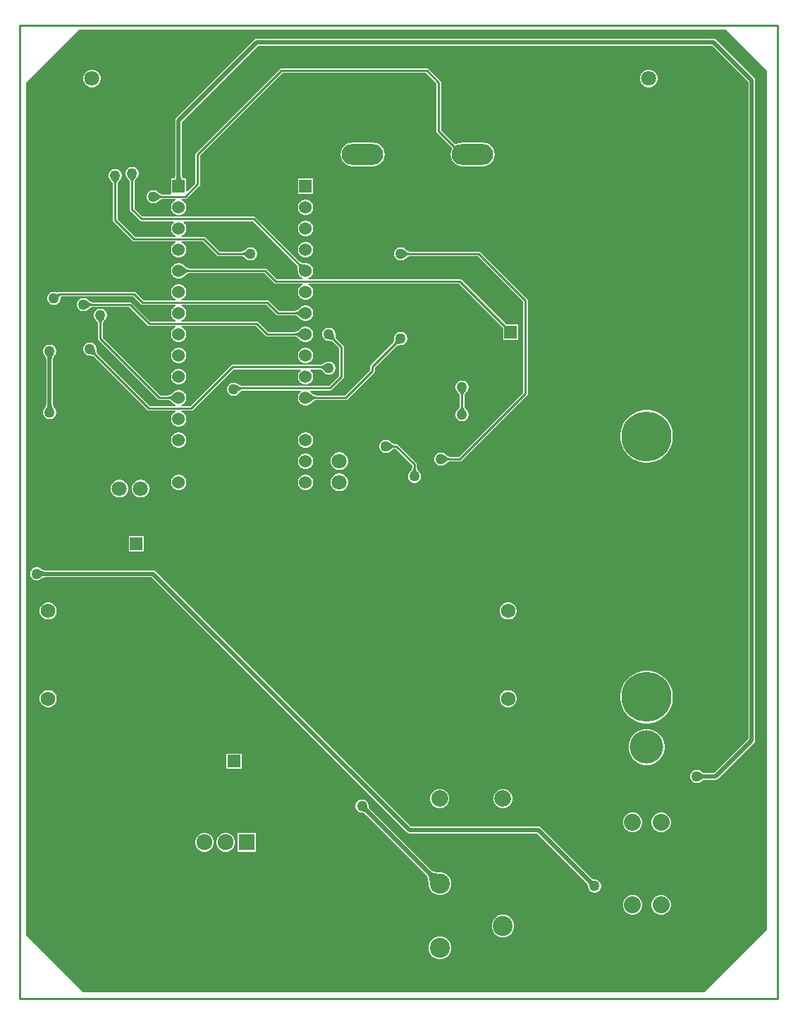
<source format=gbl>
G04*
G04 #@! TF.GenerationSoftware,Altium Limited,Altium Designer,22.1.2 (22)*
G04*
G04 Layer_Physical_Order=2*
G04 Layer_Color=16711680*
%FSLAX25Y25*%
%MOIN*%
G70*
G04*
G04 #@! TF.SameCoordinates,1FBEEAC3-0BD1-4FD0-85FF-EBB5E8CC558E*
G04*
G04*
G04 #@! TF.FilePolarity,Positive*
G04*
G01*
G75*
%ADD12C,0.01000*%
%ADD18C,0.02000*%
%ADD76R,0.06024X0.06024*%
%ADD77C,0.06024*%
%ADD78C,0.15748*%
%ADD79O,0.19685X0.09843*%
%ADD80O,0.17717X0.08858*%
%ADD81C,0.16929*%
%ADD82C,0.08000*%
%ADD83C,0.07087*%
%ADD84C,0.06890*%
%ADD85R,0.07559X0.07559*%
%ADD86C,0.07559*%
%ADD87C,0.13000*%
%ADD88C,0.07874*%
%ADD89C,0.09449*%
%ADD90R,0.06000X0.06000*%
%ADD91C,0.06000*%
%ADD92R,0.06000X0.06000*%
%ADD93C,0.05000*%
%ADD94C,0.23622*%
G36*
X353346Y438654D02*
Y32480D01*
X323866Y3000D01*
X30000Y3000D01*
X3000Y30000D01*
Y433000D01*
X28000Y458000D01*
X334000Y458000D01*
X353346Y438654D01*
D02*
G37*
%LPC*%
G36*
X297790Y439025D02*
X296699D01*
X295645Y438743D01*
X294700Y438197D01*
X293929Y437426D01*
X293383Y436481D01*
X293101Y435427D01*
Y434336D01*
X293383Y433283D01*
X293929Y432338D01*
X294700Y431566D01*
X295645Y431021D01*
X296699Y430739D01*
X297790D01*
X298843Y431021D01*
X299788Y431566D01*
X300559Y432338D01*
X301105Y433283D01*
X301387Y434336D01*
Y435427D01*
X301105Y436481D01*
X300559Y437426D01*
X299788Y438197D01*
X298843Y438743D01*
X297790Y439025D01*
D02*
G37*
G36*
X34545D02*
X33454D01*
X32401Y438743D01*
X31456Y438197D01*
X30685Y437426D01*
X30139Y436481D01*
X29857Y435427D01*
Y434336D01*
X30139Y433283D01*
X30685Y432338D01*
X31456Y431566D01*
X32401Y431021D01*
X33454Y430739D01*
X34545D01*
X35599Y431021D01*
X36544Y431566D01*
X37315Y432338D01*
X37861Y433283D01*
X38143Y434336D01*
Y435427D01*
X37861Y436481D01*
X37315Y437426D01*
X36544Y438197D01*
X35599Y438743D01*
X34545Y439025D01*
D02*
G37*
G36*
X166921Y404569D02*
X157079D01*
X155637Y404379D01*
X154294Y403823D01*
X153141Y402938D01*
X152256Y401785D01*
X151700Y400441D01*
X151510Y399000D01*
X151700Y397559D01*
X152256Y396216D01*
X153141Y395062D01*
X154294Y394177D01*
X155637Y393621D01*
X157079Y393431D01*
X166921D01*
X168363Y393621D01*
X169706Y394177D01*
X170859Y395062D01*
X171744Y396216D01*
X172300Y397559D01*
X172490Y399000D01*
X172300Y400441D01*
X171744Y401785D01*
X170859Y402938D01*
X169706Y403823D01*
X168363Y404379D01*
X166921Y404569D01*
D02*
G37*
G36*
X138612Y387612D02*
X131388D01*
Y380388D01*
X138612D01*
Y387612D01*
D02*
G37*
G36*
X135476Y377612D02*
X134525D01*
X133606Y377366D01*
X132782Y376890D01*
X132110Y376218D01*
X131634Y375394D01*
X131388Y374476D01*
Y373524D01*
X131634Y372606D01*
X132110Y371782D01*
X132782Y371110D01*
X133606Y370634D01*
X134525Y370388D01*
X135476D01*
X136394Y370634D01*
X137218Y371110D01*
X137890Y371782D01*
X138366Y372606D01*
X138612Y373524D01*
Y374476D01*
X138366Y375394D01*
X137890Y376218D01*
X137218Y376890D01*
X136394Y377366D01*
X135476Y377612D01*
D02*
G37*
G36*
Y367612D02*
X134525D01*
X133606Y367366D01*
X132782Y366890D01*
X132110Y366218D01*
X131634Y365394D01*
X131388Y364475D01*
Y363525D01*
X131634Y362606D01*
X132110Y361782D01*
X132782Y361110D01*
X133606Y360634D01*
X134525Y360388D01*
X135476D01*
X136394Y360634D01*
X137218Y361110D01*
X137890Y361782D01*
X138366Y362606D01*
X138612Y363525D01*
Y364475D01*
X138366Y365394D01*
X137890Y366218D01*
X137218Y366890D01*
X136394Y367366D01*
X135476Y367612D01*
D02*
G37*
G36*
X53408Y393100D02*
X52592D01*
X51803Y392889D01*
X51097Y392481D01*
X50519Y391903D01*
X50111Y391197D01*
X49900Y390408D01*
Y389592D01*
X50111Y388803D01*
X50519Y388097D01*
X50735Y387881D01*
X50777Y387770D01*
X51211Y387308D01*
X51372Y387110D01*
X51511Y386917D01*
X51624Y386737D01*
X51712Y386570D01*
X51776Y386417D01*
X51819Y386280D01*
X51842Y386159D01*
X51852Y386008D01*
X51878Y385954D01*
Y373000D01*
X51878Y373000D01*
X51964Y372571D01*
X52207Y372207D01*
X56695Y367719D01*
X57059Y367476D01*
X57488Y367390D01*
X57488Y367390D01*
X72649D01*
X72782Y366890D01*
X72782Y366890D01*
X72110Y366218D01*
X71634Y365394D01*
X71388Y364475D01*
Y363525D01*
X71634Y362606D01*
X72110Y361782D01*
X72782Y361110D01*
X73606Y360634D01*
X73654Y360622D01*
X73588Y360121D01*
X54465D01*
X46122Y368465D01*
Y384954D01*
X46148Y385008D01*
X46158Y385159D01*
X46181Y385280D01*
X46224Y385417D01*
X46288Y385570D01*
X46376Y385737D01*
X46489Y385917D01*
X46623Y386103D01*
X46992Y386533D01*
X47214Y386760D01*
X47261Y386877D01*
X47481Y387097D01*
X47889Y387803D01*
X48100Y388592D01*
Y389408D01*
X47889Y390197D01*
X47481Y390903D01*
X46903Y391481D01*
X46197Y391889D01*
X45408Y392100D01*
X44592D01*
X43803Y391889D01*
X43097Y391481D01*
X42519Y390903D01*
X42111Y390197D01*
X41900Y389408D01*
Y388592D01*
X42111Y387803D01*
X42519Y387097D01*
X42735Y386881D01*
X42777Y386770D01*
X43211Y386308D01*
X43372Y386110D01*
X43511Y385917D01*
X43624Y385737D01*
X43712Y385570D01*
X43777Y385417D01*
X43819Y385280D01*
X43842Y385159D01*
X43852Y385008D01*
X43878Y384954D01*
Y368000D01*
X43878Y368000D01*
X43964Y367571D01*
X44207Y367207D01*
X53207Y358207D01*
X53207Y358207D01*
X53571Y357964D01*
X54000Y357878D01*
X73588D01*
X73654Y357379D01*
X73606Y357366D01*
X72782Y356890D01*
X72110Y356218D01*
X71634Y355394D01*
X71388Y354475D01*
Y353524D01*
X71634Y352606D01*
X72110Y351782D01*
X72782Y351110D01*
X73606Y350634D01*
X74524Y350388D01*
X75476D01*
X76394Y350634D01*
X77218Y351110D01*
X77890Y351782D01*
X78366Y352606D01*
X78612Y353524D01*
Y354475D01*
X78366Y355394D01*
X77890Y356218D01*
X77218Y356890D01*
X76394Y357366D01*
X76346Y357379D01*
X76412Y357878D01*
X86535D01*
X93207Y351207D01*
X93207Y351207D01*
X93571Y350964D01*
X94000Y350879D01*
X104954D01*
X105008Y350852D01*
X105159Y350842D01*
X105280Y350819D01*
X105417Y350777D01*
X105570Y350712D01*
X105737Y350624D01*
X105917Y350511D01*
X106103Y350377D01*
X106534Y350008D01*
X106760Y349786D01*
X106877Y349739D01*
X107097Y349519D01*
X107803Y349111D01*
X108592Y348900D01*
X109408D01*
X110197Y349111D01*
X110903Y349519D01*
X111481Y350097D01*
X111889Y350803D01*
X112100Y351592D01*
Y352408D01*
X111889Y353197D01*
X111481Y353903D01*
X110903Y354481D01*
X110197Y354889D01*
X109408Y355100D01*
X108592D01*
X107803Y354889D01*
X107097Y354481D01*
X106881Y354265D01*
X106770Y354223D01*
X106308Y353789D01*
X106110Y353628D01*
X105917Y353489D01*
X105737Y353376D01*
X105570Y353288D01*
X105417Y353223D01*
X105280Y353181D01*
X105159Y353158D01*
X105008Y353148D01*
X104954Y353121D01*
X94465D01*
X87793Y359793D01*
X87429Y360036D01*
X87000Y360122D01*
X87000Y360121D01*
X76412D01*
X76346Y360622D01*
X76394Y360634D01*
X77218Y361110D01*
X77890Y361782D01*
X78366Y362606D01*
X78612Y363525D01*
Y364475D01*
X78366Y365394D01*
X77890Y366218D01*
X77218Y366890D01*
X77218Y366890D01*
X77351Y367390D01*
X110024D01*
X130758Y346656D01*
X130776Y346601D01*
X130888Y346471D01*
X130969Y346346D01*
X131048Y346185D01*
X131122Y345987D01*
X131188Y345752D01*
X131244Y345479D01*
X131287Y345178D01*
X131336Y344441D01*
X131339Y344025D01*
X131388Y343909D01*
Y343525D01*
X131634Y342606D01*
X132110Y341782D01*
X132782Y341110D01*
X133606Y340634D01*
X133654Y340621D01*
X133588Y340122D01*
X121465D01*
X116793Y344793D01*
X116429Y345036D01*
X116000Y345122D01*
X116000Y345122D01*
X79877D01*
X79826Y345148D01*
X79654Y345160D01*
X79509Y345192D01*
X79340Y345249D01*
X79147Y345337D01*
X78934Y345457D01*
X78702Y345610D01*
X78459Y345793D01*
X77903Y346279D01*
X77607Y346571D01*
X77490Y346618D01*
X77218Y346890D01*
X76394Y347366D01*
X75476Y347612D01*
X74524D01*
X73606Y347366D01*
X72782Y346890D01*
X72110Y346218D01*
X71634Y345394D01*
X71388Y344476D01*
Y343525D01*
X71634Y342606D01*
X72110Y341782D01*
X72782Y341110D01*
X73606Y340634D01*
X74524Y340388D01*
X75476D01*
X76394Y340634D01*
X77218Y341110D01*
X77490Y341382D01*
X77607Y341429D01*
X77903Y341721D01*
X78459Y342207D01*
X78702Y342390D01*
X78934Y342543D01*
X79147Y342663D01*
X79340Y342751D01*
X79509Y342809D01*
X79654Y342840D01*
X79826Y342852D01*
X79877Y342879D01*
X115535D01*
X120207Y338207D01*
X120207Y338207D01*
X120571Y337964D01*
X121000Y337878D01*
X121000Y337878D01*
X133588D01*
X133654Y337379D01*
X133606Y337366D01*
X132782Y336890D01*
X132110Y336218D01*
X131634Y335394D01*
X131388Y334475D01*
Y333524D01*
X131634Y332606D01*
X132110Y331782D01*
X132782Y331110D01*
X133606Y330634D01*
X134525Y330388D01*
X135476D01*
X136394Y330634D01*
X137218Y331110D01*
X137890Y331782D01*
X138366Y332606D01*
X138612Y333524D01*
Y334475D01*
X138366Y335394D01*
X137890Y336218D01*
X137218Y336890D01*
X136394Y337366D01*
X136346Y337379D01*
X136412Y337878D01*
X207535D01*
X227806Y317608D01*
X227829Y317546D01*
X228184Y317165D01*
X228298Y317022D01*
X228384Y316900D01*
X228400Y316872D01*
Y316635D01*
X228375Y316574D01*
X228395Y316523D01*
X228383Y316470D01*
X228400Y316442D01*
Y311400D01*
X235600D01*
Y318600D01*
X230557D01*
X230530Y318617D01*
X230477Y318605D01*
X230426Y318625D01*
X230365Y318600D01*
X230128D01*
X230100Y318616D01*
X229985Y318697D01*
X229655Y318977D01*
X229463Y319162D01*
X229398Y319188D01*
X208793Y339793D01*
X208429Y340036D01*
X208000Y340122D01*
X208000Y340122D01*
X136412D01*
X136346Y340621D01*
X136394Y340634D01*
X137218Y341110D01*
X137890Y341782D01*
X138366Y342606D01*
X138612Y343525D01*
Y344476D01*
X138366Y345394D01*
X137890Y346218D01*
X137218Y346890D01*
X136394Y347366D01*
X135476Y347612D01*
X135091D01*
X134975Y347661D01*
X134559Y347664D01*
X133822Y347713D01*
X133521Y347756D01*
X133248Y347812D01*
X133013Y347878D01*
X132815Y347952D01*
X132654Y348031D01*
X132529Y348112D01*
X132399Y348224D01*
X132344Y348242D01*
X111281Y369305D01*
X110917Y369548D01*
X110488Y369633D01*
X110488Y369633D01*
X57953D01*
X54122Y373465D01*
Y385954D01*
X54148Y386008D01*
X54158Y386159D01*
X54181Y386280D01*
X54224Y386417D01*
X54288Y386569D01*
X54376Y386737D01*
X54489Y386917D01*
X54623Y387103D01*
X54992Y387533D01*
X55214Y387760D01*
X55261Y387877D01*
X55481Y388097D01*
X55889Y388803D01*
X56100Y389592D01*
Y390408D01*
X55889Y391197D01*
X55481Y391903D01*
X54903Y392481D01*
X54197Y392889D01*
X53408Y393100D01*
D02*
G37*
G36*
X135476Y357612D02*
X134525D01*
X133606Y357366D01*
X132782Y356890D01*
X132110Y356218D01*
X131634Y355394D01*
X131388Y354475D01*
Y353524D01*
X131634Y352606D01*
X132110Y351782D01*
X132782Y351110D01*
X133606Y350634D01*
X134525Y350388D01*
X135476D01*
X136394Y350634D01*
X137218Y351110D01*
X137890Y351782D01*
X138366Y352606D01*
X138612Y353524D01*
Y354475D01*
X138366Y355394D01*
X137890Y356218D01*
X137218Y356890D01*
X136394Y357366D01*
X135476Y357612D01*
D02*
G37*
G36*
X75476Y337612D02*
X74524D01*
X73606Y337366D01*
X72782Y336890D01*
X72110Y336218D01*
X71634Y335394D01*
X71388Y334475D01*
Y333524D01*
X71634Y332606D01*
X72110Y331782D01*
X72782Y331110D01*
X73606Y330634D01*
X73654Y330622D01*
X73588Y330121D01*
X58465D01*
X54793Y333793D01*
X54429Y334036D01*
X54000Y334122D01*
X54000Y334121D01*
X18586D01*
X18586Y334122D01*
X18157Y334036D01*
X17916Y333875D01*
X17788Y333827D01*
X17706Y333750D01*
X17650Y333705D01*
X17608Y333676D01*
X17596Y333670D01*
X17572Y333672D01*
X17479Y333731D01*
X17473Y333729D01*
X17197Y333889D01*
X16408Y334100D01*
X15592D01*
X14803Y333889D01*
X14097Y333481D01*
X13519Y332903D01*
X13111Y332197D01*
X12900Y331408D01*
Y330592D01*
X13111Y329803D01*
X13519Y329097D01*
X14097Y328519D01*
X14803Y328111D01*
X15592Y327900D01*
X16408D01*
X17197Y328111D01*
X17903Y328519D01*
X18481Y329097D01*
X18889Y329803D01*
X19100Y330592D01*
Y331408D01*
X19399Y331836D01*
X19517Y331878D01*
X53535D01*
X57207Y328207D01*
X57207Y328207D01*
X57571Y327964D01*
X58000Y327878D01*
X73588D01*
X73654Y327379D01*
X73606Y327366D01*
X72782Y326890D01*
X72110Y326218D01*
X71634Y325394D01*
X71388Y324476D01*
Y323524D01*
X71634Y322606D01*
X72110Y321782D01*
X72782Y321110D01*
X73606Y320634D01*
X73654Y320621D01*
X73588Y320122D01*
X61506D01*
X52834Y328793D01*
X52470Y329036D01*
X52041Y329122D01*
X52041Y329121D01*
X34046D01*
X33992Y329148D01*
X33841Y329158D01*
X33720Y329181D01*
X33583Y329223D01*
X33430Y329288D01*
X33263Y329376D01*
X33083Y329489D01*
X32897Y329623D01*
X32467Y329992D01*
X32240Y330214D01*
X32123Y330261D01*
X31903Y330481D01*
X31197Y330889D01*
X30408Y331100D01*
X29592D01*
X28803Y330889D01*
X28097Y330481D01*
X27519Y329903D01*
X27111Y329197D01*
X26900Y328408D01*
Y327592D01*
X27111Y326803D01*
X27519Y326097D01*
X28097Y325519D01*
X28803Y325111D01*
X29592Y324900D01*
X30408D01*
X31197Y325111D01*
X31903Y325519D01*
X32119Y325735D01*
X32230Y325777D01*
X32692Y326211D01*
X32890Y326372D01*
X33083Y326511D01*
X33263Y326624D01*
X33430Y326712D01*
X33583Y326777D01*
X33720Y326819D01*
X33841Y326842D01*
X33992Y326852D01*
X34046Y326878D01*
X51577D01*
X60248Y318207D01*
X60248Y318207D01*
X60612Y317964D01*
X61041Y317879D01*
X73588D01*
X73654Y317378D01*
X73606Y317366D01*
X72782Y316890D01*
X72110Y316218D01*
X71634Y315394D01*
X71388Y314475D01*
Y313525D01*
X71634Y312606D01*
X72110Y311782D01*
X72782Y311110D01*
X73606Y310634D01*
X74524Y310388D01*
X75476D01*
X76394Y310634D01*
X77218Y311110D01*
X77890Y311782D01*
X78366Y312606D01*
X78612Y313525D01*
Y314475D01*
X78366Y315394D01*
X77890Y316218D01*
X77218Y316890D01*
X76394Y317366D01*
X76346Y317378D01*
X76412Y317879D01*
X111535D01*
X116207Y313207D01*
X116207Y313207D01*
X116571Y312964D01*
X117000Y312878D01*
X117000Y312878D01*
X130123D01*
X130175Y312852D01*
X130346Y312840D01*
X130491Y312808D01*
X130660Y312751D01*
X130852Y312663D01*
X131066Y312543D01*
X131298Y312390D01*
X131541Y312207D01*
X132097Y311721D01*
X132393Y311429D01*
X132510Y311382D01*
X132782Y311110D01*
X133606Y310634D01*
X134525Y310388D01*
X135476D01*
X136394Y310634D01*
X137218Y311110D01*
X137890Y311782D01*
X138366Y312606D01*
X138612Y313525D01*
Y314475D01*
X138366Y315394D01*
X137890Y316218D01*
X137218Y316890D01*
X136394Y317366D01*
X135476Y317612D01*
X134525D01*
X133606Y317366D01*
X132782Y316890D01*
X132510Y316618D01*
X132393Y316571D01*
X132097Y316279D01*
X131541Y315793D01*
X131298Y315610D01*
X131066Y315457D01*
X130852Y315337D01*
X130660Y315249D01*
X130491Y315191D01*
X130346Y315160D01*
X130175Y315148D01*
X130123Y315122D01*
X117465D01*
X112793Y319793D01*
X112429Y320036D01*
X112000Y320122D01*
X112000Y320122D01*
X76412D01*
X76346Y320621D01*
X76394Y320634D01*
X77218Y321110D01*
X77890Y321782D01*
X78366Y322606D01*
X78612Y323524D01*
Y324476D01*
X78366Y325394D01*
X77890Y326218D01*
X77218Y326890D01*
X76394Y327366D01*
X76346Y327379D01*
X76412Y327878D01*
X116535D01*
X121207Y323207D01*
X121207Y323207D01*
X121571Y322964D01*
X122000Y322878D01*
X122000Y322879D01*
X130123D01*
X130175Y322852D01*
X130346Y322840D01*
X130491Y322809D01*
X130660Y322751D01*
X130852Y322663D01*
X131066Y322543D01*
X131298Y322390D01*
X131541Y322207D01*
X132097Y321721D01*
X132393Y321429D01*
X132510Y321382D01*
X132782Y321110D01*
X133606Y320634D01*
X134525Y320388D01*
X135476D01*
X136394Y320634D01*
X137218Y321110D01*
X137890Y321782D01*
X138366Y322606D01*
X138612Y323524D01*
Y324476D01*
X138366Y325394D01*
X137890Y326218D01*
X137218Y326890D01*
X136394Y327366D01*
X135476Y327612D01*
X134525D01*
X133606Y327366D01*
X132782Y326890D01*
X132510Y326618D01*
X132393Y326571D01*
X132097Y326279D01*
X131541Y325793D01*
X131298Y325610D01*
X131066Y325457D01*
X130852Y325337D01*
X130660Y325249D01*
X130491Y325191D01*
X130346Y325160D01*
X130175Y325148D01*
X130123Y325121D01*
X122465D01*
X117793Y329793D01*
X117429Y330036D01*
X117000Y330122D01*
X117000Y330121D01*
X76412D01*
X76346Y330622D01*
X76394Y330634D01*
X77218Y331110D01*
X77890Y331782D01*
X78366Y332606D01*
X78612Y333524D01*
Y334475D01*
X78366Y335394D01*
X77890Y336218D01*
X77218Y336890D01*
X76394Y337366D01*
X75476Y337612D01*
D02*
G37*
G36*
X135476Y307612D02*
X134525D01*
X133606Y307366D01*
X132782Y306890D01*
X132110Y306218D01*
X131634Y305394D01*
X131388Y304475D01*
Y303524D01*
X131634Y302606D01*
X132110Y301782D01*
X132782Y301110D01*
X133606Y300634D01*
X134525Y300388D01*
X135476D01*
X136394Y300634D01*
X137218Y301110D01*
X137890Y301782D01*
X138366Y302606D01*
X138612Y303524D01*
Y304475D01*
X138366Y305394D01*
X137890Y306218D01*
X137218Y306890D01*
X136394Y307366D01*
X135476Y307612D01*
D02*
G37*
G36*
X75476D02*
X74524D01*
X73606Y307366D01*
X72782Y306890D01*
X72110Y306218D01*
X71634Y305394D01*
X71388Y304475D01*
Y303524D01*
X71634Y302606D01*
X72110Y301782D01*
X72782Y301110D01*
X73606Y300634D01*
X74524Y300388D01*
X75476D01*
X76394Y300634D01*
X77218Y301110D01*
X77890Y301782D01*
X78366Y302606D01*
X78612Y303524D01*
Y304475D01*
X78366Y305394D01*
X77890Y306218D01*
X77218Y306890D01*
X76394Y307366D01*
X75476Y307612D01*
D02*
G37*
G36*
Y297612D02*
X74524D01*
X73606Y297366D01*
X72782Y296890D01*
X72110Y296218D01*
X71634Y295394D01*
X71388Y294476D01*
Y293525D01*
X71634Y292606D01*
X72110Y291782D01*
X72782Y291110D01*
X73606Y290634D01*
X74524Y290388D01*
X75476D01*
X76394Y290634D01*
X77218Y291110D01*
X77890Y291782D01*
X78366Y292606D01*
X78612Y293525D01*
Y294476D01*
X78366Y295394D01*
X77890Y296218D01*
X77218Y296890D01*
X76394Y297366D01*
X75476Y297612D01*
D02*
G37*
G36*
X146408Y317100D02*
X145592D01*
X144803Y316889D01*
X144097Y316481D01*
X143519Y315903D01*
X143111Y315197D01*
X142900Y314408D01*
Y313592D01*
X143111Y312803D01*
X143519Y312097D01*
X144097Y311519D01*
X144803Y311111D01*
X145592Y310900D01*
X145896D01*
X146005Y310851D01*
X146638Y310831D01*
X146892Y310805D01*
X147127Y310767D01*
X147335Y310720D01*
X147515Y310664D01*
X147668Y310601D01*
X147795Y310535D01*
X147898Y310465D01*
X148011Y310366D01*
X148068Y310346D01*
X150878Y307535D01*
Y294465D01*
X146047Y289633D01*
X104881D01*
X104827Y289660D01*
X104694Y289668D01*
X104573Y289689D01*
X104434Y289727D01*
X104042Y289876D01*
X103840Y289972D01*
X103039Y290430D01*
X102744Y290623D01*
X102616Y290646D01*
X102197Y290889D01*
X101408Y291100D01*
X100592D01*
X99803Y290889D01*
X99097Y290481D01*
X98519Y289903D01*
X98111Y289197D01*
X97900Y288408D01*
Y287592D01*
X98111Y286803D01*
X98519Y286097D01*
X99097Y285519D01*
X99803Y285111D01*
X100592Y284900D01*
X101408D01*
X102197Y285111D01*
X102903Y285519D01*
X103481Y286097D01*
X103559Y286232D01*
X103643Y286288D01*
X103807Y286529D01*
X103960Y286727D01*
X104109Y286894D01*
X104254Y287033D01*
X104393Y287143D01*
X104524Y287228D01*
X104649Y287289D01*
X104768Y287330D01*
X104884Y287353D01*
X105043Y287364D01*
X105087Y287386D01*
X105136Y287377D01*
X105155Y287390D01*
X132649D01*
X132782Y286890D01*
X132782Y286890D01*
X132110Y286218D01*
X131634Y285394D01*
X131388Y284475D01*
Y283524D01*
X131634Y282606D01*
X132110Y281782D01*
X132782Y281110D01*
X133606Y280634D01*
X134525Y280388D01*
X135476D01*
X136394Y280634D01*
X137218Y281110D01*
X137489Y281382D01*
X137607Y281429D01*
X137903Y281721D01*
X138459Y282207D01*
X138702Y282390D01*
X138934Y282543D01*
X139147Y282663D01*
X139340Y282751D01*
X139509Y282809D01*
X139654Y282840D01*
X139825Y282852D01*
X139877Y282878D01*
X154000D01*
X154000Y282878D01*
X154429Y282964D01*
X154793Y283207D01*
X167410Y295824D01*
X167410Y295824D01*
X167654Y296188D01*
X167739Y296617D01*
X167739Y296617D01*
Y298153D01*
X177932Y308346D01*
X177989Y308366D01*
X178103Y308465D01*
X178205Y308535D01*
X178332Y308601D01*
X178485Y308664D01*
X178665Y308720D01*
X178873Y308767D01*
X179100Y308804D01*
X179664Y308848D01*
X179981Y308851D01*
X180097Y308900D01*
X180408D01*
X181197Y309111D01*
X181903Y309519D01*
X182481Y310097D01*
X182889Y310803D01*
X183100Y311592D01*
Y312408D01*
X182889Y313197D01*
X182481Y313903D01*
X181903Y314481D01*
X181197Y314889D01*
X180408Y315100D01*
X179592D01*
X178803Y314889D01*
X178097Y314481D01*
X177519Y313903D01*
X177111Y313197D01*
X176900Y312408D01*
Y312104D01*
X176851Y311995D01*
X176831Y311362D01*
X176805Y311108D01*
X176767Y310873D01*
X176720Y310665D01*
X176664Y310485D01*
X176601Y310332D01*
X176534Y310205D01*
X176465Y310103D01*
X176365Y309989D01*
X176346Y309932D01*
X165824Y299410D01*
X165581Y299046D01*
X165496Y298617D01*
X165496Y298617D01*
Y297082D01*
X153535Y285121D01*
X139877D01*
X139825Y285148D01*
X139654Y285160D01*
X139509Y285191D01*
X139340Y285249D01*
X139147Y285337D01*
X138934Y285457D01*
X138702Y285610D01*
X138459Y285793D01*
X137903Y286279D01*
X137607Y286571D01*
X137489Y286618D01*
X137218Y286890D01*
X137218Y286890D01*
X137352Y287390D01*
X146512D01*
X146512Y287390D01*
X146941Y287476D01*
X147305Y287719D01*
X152793Y293207D01*
X152793Y293207D01*
X153036Y293571D01*
X153122Y294000D01*
Y308000D01*
X153122Y308000D01*
X153036Y308429D01*
X152793Y308793D01*
X152793Y308793D01*
X149654Y311932D01*
X149635Y311989D01*
X149535Y312103D01*
X149466Y312205D01*
X149399Y312332D01*
X149336Y312485D01*
X149280Y312665D01*
X149233Y312873D01*
X149196Y313100D01*
X149152Y313664D01*
X149149Y313981D01*
X149100Y314097D01*
Y314408D01*
X148889Y315197D01*
X148481Y315903D01*
X147903Y316481D01*
X147197Y316889D01*
X146408Y317100D01*
D02*
G37*
G36*
X38408Y326100D02*
X37592D01*
X36803Y325889D01*
X36097Y325481D01*
X35519Y324903D01*
X35111Y324197D01*
X34900Y323408D01*
Y322592D01*
X35111Y321803D01*
X35519Y321097D01*
X35735Y320881D01*
X35777Y320770D01*
X36211Y320308D01*
X36372Y320110D01*
X36511Y319917D01*
X36624Y319737D01*
X36712Y319570D01*
X36777Y319417D01*
X36819Y319280D01*
X36842Y319159D01*
X36852Y319008D01*
X36878Y318954D01*
Y312000D01*
X36878Y312000D01*
X36964Y311571D01*
X37207Y311207D01*
X65207Y283207D01*
X65571Y282964D01*
X66000Y282878D01*
X66000Y282878D01*
X70123D01*
X70174Y282852D01*
X70346Y282840D01*
X70491Y282808D01*
X70660Y282751D01*
X70853Y282663D01*
X71066Y282543D01*
X71298Y282390D01*
X71541Y282207D01*
X72097Y281721D01*
X72393Y281429D01*
X72510Y281382D01*
X72782Y281110D01*
X73606Y280634D01*
X73654Y280622D01*
X73588Y280121D01*
X61465D01*
X36654Y304932D01*
X36635Y304989D01*
X36535Y305102D01*
X36465Y305205D01*
X36399Y305332D01*
X36336Y305485D01*
X36280Y305665D01*
X36233Y305873D01*
X36196Y306100D01*
X36152Y306664D01*
X36149Y306981D01*
X36100Y307097D01*
Y307408D01*
X35889Y308197D01*
X35481Y308903D01*
X34903Y309481D01*
X34197Y309889D01*
X33408Y310100D01*
X32592D01*
X31803Y309889D01*
X31097Y309481D01*
X30519Y308903D01*
X30111Y308197D01*
X29900Y307408D01*
Y306592D01*
X30111Y305803D01*
X30519Y305097D01*
X31097Y304519D01*
X31803Y304111D01*
X32592Y303900D01*
X32896D01*
X33005Y303851D01*
X33638Y303832D01*
X33892Y303805D01*
X34127Y303767D01*
X34335Y303720D01*
X34515Y303664D01*
X34668Y303601D01*
X34795Y303535D01*
X34898Y303465D01*
X35011Y303365D01*
X35068Y303346D01*
X60207Y278207D01*
X60571Y277964D01*
X61000Y277878D01*
X61000Y277878D01*
X73588D01*
X73654Y277379D01*
X73606Y277366D01*
X72782Y276890D01*
X72110Y276218D01*
X71634Y275394D01*
X71388Y274476D01*
Y273524D01*
X71634Y272606D01*
X72110Y271782D01*
X72782Y271110D01*
X73606Y270634D01*
X74524Y270388D01*
X75476D01*
X76394Y270634D01*
X77218Y271110D01*
X77890Y271782D01*
X78366Y272606D01*
X78612Y273524D01*
Y274476D01*
X78366Y275394D01*
X77890Y276218D01*
X77218Y276890D01*
X76394Y277366D01*
X76346Y277379D01*
X76412Y277878D01*
X81000D01*
X81000Y277878D01*
X81429Y277964D01*
X81793Y278207D01*
X100976Y297390D01*
X132649D01*
X132782Y296890D01*
X132782Y296890D01*
X132110Y296218D01*
X131634Y295394D01*
X131388Y294476D01*
Y293525D01*
X131634Y292606D01*
X132110Y291782D01*
X132782Y291110D01*
X133606Y290634D01*
X134525Y290388D01*
X135476D01*
X136394Y290634D01*
X137218Y291110D01*
X137890Y291782D01*
X138366Y292606D01*
X138612Y293525D01*
Y294476D01*
X138366Y295394D01*
X137890Y296218D01*
X137218Y296890D01*
X137218Y296890D01*
X137352Y297390D01*
X141845D01*
X141864Y297377D01*
X141913Y297386D01*
X141957Y297364D01*
X142116Y297353D01*
X142232Y297330D01*
X142351Y297289D01*
X142476Y297228D01*
X142607Y297143D01*
X142746Y297033D01*
X142891Y296894D01*
X143040Y296727D01*
X143193Y296529D01*
X143357Y296288D01*
X143441Y296233D01*
X143519Y296097D01*
X144097Y295519D01*
X144803Y295111D01*
X145592Y294900D01*
X146408D01*
X147197Y295111D01*
X147903Y295519D01*
X148481Y296097D01*
X148889Y296803D01*
X149100Y297592D01*
Y298408D01*
X148889Y299197D01*
X148481Y299903D01*
X147903Y300481D01*
X147197Y300889D01*
X146408Y301100D01*
X145592D01*
X144803Y300889D01*
X144388Y300649D01*
X144263Y300627D01*
X143669Y300251D01*
X143418Y300107D01*
X142944Y299870D01*
X142751Y299790D01*
X142576Y299729D01*
X142427Y299689D01*
X142306Y299668D01*
X142173Y299660D01*
X142119Y299633D01*
X100512D01*
X100512Y299633D01*
X100083Y299548D01*
X99719Y299305D01*
X99719Y299305D01*
X80535Y280121D01*
X76412D01*
X76346Y280622D01*
X76394Y280634D01*
X77218Y281110D01*
X77890Y281782D01*
X78366Y282606D01*
X78612Y283524D01*
Y284475D01*
X78366Y285394D01*
X77890Y286218D01*
X77218Y286890D01*
X76394Y287366D01*
X75476Y287612D01*
X74524D01*
X73606Y287366D01*
X72782Y286890D01*
X72510Y286618D01*
X72393Y286571D01*
X72097Y286279D01*
X71541Y285793D01*
X71298Y285610D01*
X71066Y285457D01*
X70853Y285337D01*
X70660Y285249D01*
X70491Y285191D01*
X70346Y285160D01*
X70174Y285148D01*
X70123Y285121D01*
X66465D01*
X39122Y312465D01*
Y318954D01*
X39148Y319008D01*
X39158Y319159D01*
X39181Y319280D01*
X39224Y319417D01*
X39288Y319569D01*
X39376Y319737D01*
X39489Y319917D01*
X39623Y320103D01*
X39992Y320533D01*
X40214Y320760D01*
X40261Y320877D01*
X40481Y321097D01*
X40889Y321803D01*
X41100Y322592D01*
Y323408D01*
X40889Y324197D01*
X40481Y324903D01*
X39903Y325481D01*
X39197Y325889D01*
X38408Y326100D01*
D02*
G37*
G36*
X14408Y309100D02*
X13592D01*
X12803Y308889D01*
X12097Y308481D01*
X11519Y307903D01*
X11111Y307197D01*
X10900Y306408D01*
Y305592D01*
X11111Y304803D01*
X11519Y304097D01*
X11734Y303882D01*
X11776Y303771D01*
X11898Y303640D01*
X11991Y303522D01*
X12072Y303397D01*
X12143Y303262D01*
X12204Y303118D01*
X12255Y302962D01*
X12296Y302794D01*
X12325Y302612D01*
X12344Y302417D01*
X12351Y302189D01*
X12369Y302150D01*
Y280850D01*
X12351Y280811D01*
X12344Y280583D01*
X12325Y280388D01*
X12296Y280206D01*
X12255Y280038D01*
X12204Y279882D01*
X12143Y279738D01*
X12072Y279603D01*
X11991Y279478D01*
X11898Y279360D01*
X11776Y279229D01*
X11734Y279118D01*
X11519Y278903D01*
X11111Y278197D01*
X10900Y277408D01*
Y276592D01*
X11111Y275803D01*
X11519Y275097D01*
X12097Y274519D01*
X12803Y274111D01*
X13592Y273900D01*
X14408D01*
X15197Y274111D01*
X15903Y274519D01*
X16481Y275097D01*
X16889Y275803D01*
X17100Y276592D01*
Y277408D01*
X16889Y278197D01*
X16481Y278903D01*
X16266Y279118D01*
X16224Y279229D01*
X16102Y279360D01*
X16010Y279478D01*
X15928Y279604D01*
X15857Y279738D01*
X15796Y279882D01*
X15745Y280038D01*
X15704Y280206D01*
X15674Y280388D01*
X15656Y280583D01*
X15649Y280811D01*
X15631Y280850D01*
Y302150D01*
X15649Y302189D01*
X15656Y302417D01*
X15674Y302612D01*
X15704Y302794D01*
X15745Y302962D01*
X15796Y303118D01*
X15857Y303262D01*
X15928Y303397D01*
X16010Y303522D01*
X16102Y303640D01*
X16224Y303771D01*
X16266Y303882D01*
X16481Y304097D01*
X16889Y304803D01*
X17100Y305592D01*
Y306408D01*
X16889Y307197D01*
X16481Y307903D01*
X15903Y308481D01*
X15197Y308889D01*
X14408Y309100D01*
D02*
G37*
G36*
X209408Y292100D02*
X208592D01*
X207803Y291889D01*
X207097Y291481D01*
X206519Y290903D01*
X206111Y290197D01*
X205900Y289408D01*
Y288592D01*
X206111Y287803D01*
X206519Y287097D01*
X206735Y286881D01*
X206777Y286770D01*
X207211Y286308D01*
X207372Y286110D01*
X207511Y285917D01*
X207624Y285737D01*
X207712Y285570D01*
X207776Y285417D01*
X207819Y285280D01*
X207842Y285159D01*
X207852Y285008D01*
X207878Y284954D01*
Y280046D01*
X207852Y279992D01*
X207842Y279841D01*
X207819Y279720D01*
X207776Y279583D01*
X207712Y279431D01*
X207624Y279263D01*
X207511Y279083D01*
X207377Y278897D01*
X207008Y278467D01*
X206786Y278240D01*
X206739Y278123D01*
X206519Y277903D01*
X206111Y277197D01*
X205900Y276408D01*
Y275592D01*
X206111Y274803D01*
X206519Y274097D01*
X207097Y273519D01*
X207803Y273111D01*
X208592Y272900D01*
X209408D01*
X210197Y273111D01*
X210903Y273519D01*
X211481Y274097D01*
X211889Y274803D01*
X212100Y275592D01*
Y276408D01*
X211889Y277197D01*
X211481Y277903D01*
X211265Y278119D01*
X211223Y278230D01*
X210789Y278692D01*
X210628Y278890D01*
X210489Y279083D01*
X210376Y279263D01*
X210288Y279430D01*
X210224Y279583D01*
X210181Y279720D01*
X210158Y279841D01*
X210148Y279992D01*
X210121Y280046D01*
Y284954D01*
X210148Y285008D01*
X210158Y285159D01*
X210181Y285280D01*
X210224Y285417D01*
X210288Y285570D01*
X210376Y285737D01*
X210489Y285917D01*
X210623Y286103D01*
X210992Y286533D01*
X211214Y286760D01*
X211261Y286877D01*
X211481Y287097D01*
X211889Y287803D01*
X212100Y288592D01*
Y289408D01*
X211889Y290197D01*
X211481Y290903D01*
X210903Y291481D01*
X210197Y291889D01*
X209408Y292100D01*
D02*
G37*
G36*
X135476Y267612D02*
X134525D01*
X133606Y267366D01*
X132782Y266890D01*
X132110Y266218D01*
X131634Y265394D01*
X131388Y264475D01*
Y263525D01*
X131634Y262606D01*
X132110Y261782D01*
X132782Y261110D01*
X133606Y260634D01*
X134525Y260388D01*
X135476D01*
X136394Y260634D01*
X137218Y261110D01*
X137890Y261782D01*
X138366Y262606D01*
X138612Y263525D01*
Y264475D01*
X138366Y265394D01*
X137890Y266218D01*
X137218Y266890D01*
X136394Y267366D01*
X135476Y267612D01*
D02*
G37*
G36*
X75476D02*
X74524D01*
X73606Y267366D01*
X72782Y266890D01*
X72110Y266218D01*
X71634Y265394D01*
X71388Y264475D01*
Y263525D01*
X71634Y262606D01*
X72110Y261782D01*
X72782Y261110D01*
X73606Y260634D01*
X74524Y260388D01*
X75476D01*
X76394Y260634D01*
X77218Y261110D01*
X77890Y261782D01*
X78366Y262606D01*
X78612Y263525D01*
Y264475D01*
X78366Y265394D01*
X77890Y266218D01*
X77218Y266890D01*
X76394Y267366D01*
X75476Y267612D01*
D02*
G37*
G36*
X180408Y355100D02*
X179592D01*
X178803Y354889D01*
X178097Y354481D01*
X177519Y353903D01*
X177111Y353197D01*
X176900Y352408D01*
Y351592D01*
X177111Y350803D01*
X177519Y350097D01*
X178097Y349519D01*
X178803Y349111D01*
X179592Y348900D01*
X180408D01*
X181197Y349111D01*
X181903Y349519D01*
X182119Y349735D01*
X182230Y349777D01*
X182692Y350211D01*
X182890Y350372D01*
X183083Y350511D01*
X183263Y350624D01*
X183430Y350712D01*
X183583Y350777D01*
X183720Y350819D01*
X183841Y350842D01*
X183992Y350852D01*
X184046Y350879D01*
X216535D01*
X237878Y329535D01*
Y286465D01*
X207535Y256121D01*
X203046D01*
X202992Y256148D01*
X202841Y256158D01*
X202720Y256181D01*
X202583Y256224D01*
X202430Y256288D01*
X202263Y256376D01*
X202083Y256489D01*
X201897Y256623D01*
X201466Y256992D01*
X201240Y257214D01*
X201123Y257261D01*
X200903Y257481D01*
X200197Y257889D01*
X199408Y258100D01*
X198592D01*
X197803Y257889D01*
X197097Y257481D01*
X196519Y256903D01*
X196111Y256197D01*
X195900Y255408D01*
Y254592D01*
X196111Y253803D01*
X196519Y253097D01*
X197097Y252519D01*
X197803Y252111D01*
X198592Y251900D01*
X199408D01*
X200197Y252111D01*
X200903Y252519D01*
X201119Y252735D01*
X201230Y252777D01*
X201692Y253211D01*
X201890Y253372D01*
X202083Y253511D01*
X202263Y253624D01*
X202430Y253712D01*
X202583Y253777D01*
X202720Y253819D01*
X202841Y253842D01*
X202992Y253852D01*
X203046Y253878D01*
X208000D01*
X208000Y253878D01*
X208429Y253964D01*
X208793Y254207D01*
X239793Y285207D01*
X240036Y285571D01*
X240122Y286000D01*
X240122Y286000D01*
Y330000D01*
X240036Y330429D01*
X239793Y330793D01*
X239793Y330793D01*
X217793Y352793D01*
X217429Y353036D01*
X217000Y353122D01*
X217000Y353121D01*
X184046D01*
X183992Y353148D01*
X183841Y353158D01*
X183720Y353181D01*
X183583Y353223D01*
X183430Y353288D01*
X183263Y353376D01*
X183083Y353489D01*
X182897Y353623D01*
X182466Y353992D01*
X182240Y354214D01*
X182123Y354261D01*
X181903Y354481D01*
X181197Y354889D01*
X180408Y355100D01*
D02*
G37*
G36*
X297237Y278159D02*
X295283D01*
X293354Y277853D01*
X291496Y277250D01*
X289755Y276363D01*
X288175Y275215D01*
X286793Y273833D01*
X285645Y272253D01*
X284758Y270512D01*
X284154Y268654D01*
X283849Y266725D01*
Y264771D01*
X284154Y262842D01*
X284758Y260984D01*
X285645Y259243D01*
X286793Y257663D01*
X288175Y256281D01*
X289755Y255133D01*
X291496Y254246D01*
X293354Y253643D01*
X295283Y253337D01*
X297237D01*
X299166Y253643D01*
X301024Y254246D01*
X302765Y255133D01*
X304345Y256281D01*
X305726Y257663D01*
X306875Y259243D01*
X307762Y260984D01*
X308365Y262842D01*
X308671Y264771D01*
Y266725D01*
X308365Y268654D01*
X307762Y270512D01*
X306875Y272253D01*
X305726Y273833D01*
X304345Y275215D01*
X302765Y276363D01*
X301024Y277250D01*
X299166Y277853D01*
X297237Y278159D01*
D02*
G37*
G36*
X135476Y257612D02*
X134525D01*
X133606Y257366D01*
X132782Y256890D01*
X132110Y256218D01*
X131634Y255394D01*
X131388Y254475D01*
Y253524D01*
X131634Y252606D01*
X132110Y251782D01*
X132782Y251110D01*
X133606Y250634D01*
X134525Y250388D01*
X135476D01*
X136394Y250634D01*
X137218Y251110D01*
X137890Y251782D01*
X138366Y252606D01*
X138612Y253524D01*
Y254475D01*
X138366Y255394D01*
X137890Y256218D01*
X137218Y256890D01*
X136394Y257366D01*
X135476Y257612D01*
D02*
G37*
G36*
X151546Y258143D02*
X150454D01*
X149401Y257861D01*
X148456Y257315D01*
X147685Y256544D01*
X147139Y255599D01*
X146857Y254545D01*
Y253454D01*
X147139Y252401D01*
X147685Y251456D01*
X148456Y250684D01*
X149401Y250139D01*
X150454Y249857D01*
X151546D01*
X152599Y250139D01*
X153544Y250684D01*
X154315Y251456D01*
X154861Y252401D01*
X155143Y253454D01*
Y254545D01*
X154861Y255599D01*
X154315Y256544D01*
X153544Y257315D01*
X152599Y257861D01*
X151546Y258143D01*
D02*
G37*
G36*
X173408Y264100D02*
X172592D01*
X171803Y263889D01*
X171097Y263481D01*
X170519Y262903D01*
X170111Y262197D01*
X169900Y261408D01*
Y260592D01*
X170111Y259803D01*
X170519Y259097D01*
X171097Y258519D01*
X171803Y258111D01*
X172592Y257900D01*
X173408D01*
X174197Y258111D01*
X174903Y258519D01*
X175119Y258735D01*
X175230Y258777D01*
X175692Y259211D01*
X175890Y259372D01*
X176083Y259511D01*
X176263Y259624D01*
X176430Y259712D01*
X176583Y259776D01*
X176720Y259819D01*
X176841Y259842D01*
X176992Y259852D01*
X177046Y259878D01*
X177535D01*
X185394Y252020D01*
Y250896D01*
X185368Y250842D01*
X185358Y250692D01*
X185335Y250570D01*
X185292Y250433D01*
X185228Y250281D01*
X185140Y250114D01*
X185027Y249933D01*
X184892Y249747D01*
X184524Y249317D01*
X184302Y249091D01*
X184255Y248974D01*
X184035Y248754D01*
X183627Y248047D01*
X183416Y247258D01*
Y246442D01*
X183627Y245654D01*
X184035Y244947D01*
X184612Y244370D01*
X185319Y243962D01*
X186108Y243750D01*
X186924D01*
X187712Y243962D01*
X188419Y244370D01*
X188996Y244947D01*
X189404Y245654D01*
X189616Y246442D01*
Y247258D01*
X189404Y248047D01*
X188996Y248754D01*
X188781Y248969D01*
X188739Y249081D01*
X188305Y249542D01*
X188144Y249740D01*
X188005Y249933D01*
X187891Y250114D01*
X187803Y250281D01*
X187739Y250433D01*
X187697Y250570D01*
X187674Y250692D01*
X187664Y250842D01*
X187637Y250896D01*
Y252484D01*
X187637Y252484D01*
X187552Y252913D01*
X187309Y253277D01*
X178793Y261793D01*
X178429Y262036D01*
X178000Y262122D01*
X178000Y262122D01*
X177046D01*
X176992Y262148D01*
X176841Y262158D01*
X176720Y262181D01*
X176583Y262224D01*
X176430Y262288D01*
X176263Y262376D01*
X176083Y262489D01*
X175897Y262623D01*
X175467Y262992D01*
X175240Y263214D01*
X175123Y263261D01*
X174903Y263481D01*
X174197Y263889D01*
X173408Y264100D01*
D02*
G37*
G36*
X135476Y247612D02*
X134525D01*
X133606Y247366D01*
X132782Y246890D01*
X132110Y246218D01*
X131634Y245394D01*
X131388Y244476D01*
Y243525D01*
X131634Y242606D01*
X132110Y241782D01*
X132782Y241110D01*
X133606Y240634D01*
X134525Y240388D01*
X135476D01*
X136394Y240634D01*
X137218Y241110D01*
X137890Y241782D01*
X138366Y242606D01*
X138612Y243525D01*
Y244476D01*
X138366Y245394D01*
X137890Y246218D01*
X137218Y246890D01*
X136394Y247366D01*
X135476Y247612D01*
D02*
G37*
G36*
X75476D02*
X74524D01*
X73606Y247366D01*
X72782Y246890D01*
X72110Y246218D01*
X71634Y245394D01*
X71388Y244476D01*
Y243525D01*
X71634Y242606D01*
X72110Y241782D01*
X72782Y241110D01*
X73606Y240634D01*
X74524Y240388D01*
X75476D01*
X76394Y240634D01*
X77218Y241110D01*
X77890Y241782D01*
X78366Y242606D01*
X78612Y243525D01*
Y244476D01*
X78366Y245394D01*
X77890Y246218D01*
X77218Y246890D01*
X76394Y247366D01*
X75476Y247612D01*
D02*
G37*
G36*
X151546Y248143D02*
X150454D01*
X149401Y247861D01*
X148456Y247316D01*
X147685Y246544D01*
X147139Y245599D01*
X146857Y244546D01*
Y243455D01*
X147139Y242401D01*
X147685Y241456D01*
X148456Y240685D01*
X149401Y240139D01*
X150454Y239857D01*
X151546D01*
X152599Y240139D01*
X153544Y240685D01*
X154315Y241456D01*
X154861Y242401D01*
X155143Y243455D01*
Y244546D01*
X154861Y245599D01*
X154315Y246544D01*
X153544Y247316D01*
X152599Y247861D01*
X151546Y248143D01*
D02*
G37*
G36*
X57546Y245143D02*
X56454D01*
X55401Y244861D01*
X54456Y244316D01*
X53685Y243544D01*
X53139Y242599D01*
X52857Y241546D01*
Y240455D01*
X53139Y239401D01*
X53685Y238456D01*
X54456Y237684D01*
X55401Y237139D01*
X56454Y236857D01*
X57546D01*
X58599Y237139D01*
X59544Y237684D01*
X60316Y238456D01*
X60861Y239401D01*
X61143Y240455D01*
Y241546D01*
X60861Y242599D01*
X60316Y243544D01*
X59544Y244316D01*
X58599Y244861D01*
X57546Y245143D01*
D02*
G37*
G36*
X47545D02*
X46455D01*
X45401Y244861D01*
X44456Y244316D01*
X43685Y243544D01*
X43139Y242599D01*
X42857Y241546D01*
Y240455D01*
X43139Y239401D01*
X43685Y238456D01*
X44456Y237684D01*
X45401Y237139D01*
X46455Y236857D01*
X47545D01*
X48599Y237139D01*
X49544Y237684D01*
X50315Y238456D01*
X50861Y239401D01*
X51143Y240455D01*
Y241546D01*
X50861Y242599D01*
X50315Y243544D01*
X49544Y244316D01*
X48599Y244861D01*
X47545Y245143D01*
D02*
G37*
G36*
X58600Y218600D02*
X51400D01*
Y211400D01*
X58600D01*
Y218600D01*
D02*
G37*
G36*
X231340Y187277D02*
X230275D01*
X229246Y187002D01*
X228324Y186469D01*
X227570Y185716D01*
X227038Y184793D01*
X226762Y183765D01*
Y182700D01*
X227038Y181671D01*
X227570Y180749D01*
X228324Y179996D01*
X229246Y179463D01*
X230275Y179187D01*
X231340D01*
X232368Y179463D01*
X233291Y179996D01*
X234044Y180749D01*
X234576Y181671D01*
X234852Y182700D01*
Y183765D01*
X234576Y184793D01*
X234044Y185716D01*
X233291Y186469D01*
X232368Y187002D01*
X231340Y187277D01*
D02*
G37*
G36*
X13820D02*
X12755D01*
X11726Y187002D01*
X10804Y186469D01*
X10051Y185716D01*
X9518Y184793D01*
X9243Y183765D01*
Y182700D01*
X9518Y181671D01*
X10051Y180749D01*
X10804Y179996D01*
X11726Y179463D01*
X12755Y179187D01*
X13820D01*
X14849Y179463D01*
X15771Y179996D01*
X16524Y180749D01*
X17057Y181671D01*
X17332Y182700D01*
Y183765D01*
X17057Y184793D01*
X16524Y185716D01*
X15771Y186469D01*
X14849Y187002D01*
X13820Y187277D01*
D02*
G37*
G36*
X231340Y145777D02*
X230275D01*
X229246Y145501D01*
X228324Y144969D01*
X227570Y144216D01*
X227038Y143293D01*
X226762Y142265D01*
Y141200D01*
X227038Y140171D01*
X227570Y139249D01*
X228324Y138496D01*
X229246Y137963D01*
X230275Y137687D01*
X231340D01*
X232368Y137963D01*
X233291Y138496D01*
X234044Y139249D01*
X234576Y140171D01*
X234852Y141200D01*
Y142265D01*
X234576Y143293D01*
X234044Y144216D01*
X233291Y144969D01*
X232368Y145501D01*
X231340Y145777D01*
D02*
G37*
G36*
X13820D02*
X12755D01*
X11726Y145501D01*
X10804Y144969D01*
X10051Y144216D01*
X9518Y143293D01*
X9243Y142265D01*
Y141200D01*
X9518Y140171D01*
X10051Y139249D01*
X10804Y138496D01*
X11726Y137963D01*
X12755Y137687D01*
X13820D01*
X14849Y137963D01*
X15771Y138496D01*
X16524Y139249D01*
X17057Y140171D01*
X17332Y141200D01*
Y142265D01*
X17057Y143293D01*
X16524Y144216D01*
X15771Y144969D01*
X14849Y145501D01*
X13820Y145777D01*
D02*
G37*
G36*
X297237Y154931D02*
X295283D01*
X293354Y154625D01*
X291496Y154021D01*
X289755Y153135D01*
X288175Y151986D01*
X286793Y150605D01*
X285645Y149024D01*
X284758Y147284D01*
X284154Y145426D01*
X283849Y143497D01*
Y141543D01*
X284154Y139613D01*
X284758Y137756D01*
X285645Y136015D01*
X286793Y134434D01*
X288175Y133053D01*
X289755Y131905D01*
X291496Y131018D01*
X293354Y130414D01*
X295283Y130109D01*
X297237D01*
X299166Y130414D01*
X301024Y131018D01*
X302765Y131905D01*
X304345Y133053D01*
X305726Y134434D01*
X306875Y136015D01*
X307762Y137756D01*
X308365Y139613D01*
X308671Y141543D01*
Y143497D01*
X308365Y145426D01*
X307762Y147284D01*
X306875Y149024D01*
X305726Y150605D01*
X304345Y151986D01*
X302765Y153135D01*
X301024Y154021D01*
X299166Y154625D01*
X297237Y154931D01*
D02*
G37*
G36*
X297094Y127372D02*
X295425D01*
X293788Y127046D01*
X292246Y126407D01*
X290858Y125480D01*
X289678Y124300D01*
X288750Y122912D01*
X288111Y121369D01*
X287786Y119732D01*
Y118063D01*
X288111Y116426D01*
X288750Y114884D01*
X289678Y113496D01*
X290858Y112315D01*
X292246Y111388D01*
X293788Y110749D01*
X295425Y110424D01*
X297094D01*
X298732Y110749D01*
X300274Y111388D01*
X301662Y112315D01*
X302842Y113496D01*
X303769Y114884D01*
X304408Y116426D01*
X304734Y118063D01*
Y119732D01*
X304408Y121369D01*
X303769Y122912D01*
X302842Y124300D01*
X301662Y125480D01*
X300274Y126407D01*
X298732Y127046D01*
X297094Y127372D01*
D02*
G37*
G36*
X104789Y115805D02*
X97589D01*
Y108605D01*
X104789D01*
Y115805D01*
D02*
G37*
G36*
X328000Y453631D02*
X112000D01*
X111376Y453507D01*
X110846Y453154D01*
X73847Y416153D01*
X73493Y415624D01*
X73369Y415000D01*
Y389057D01*
X73351Y389017D01*
X73341Y388654D01*
X73315Y388357D01*
X73274Y388111D01*
X73223Y387919D01*
X73168Y387784D01*
X73119Y387702D01*
X73085Y387666D01*
X73066Y387653D01*
X73045Y387646D01*
X72932Y387634D01*
X72891Y387612D01*
X71388D01*
Y380388D01*
X70993Y380135D01*
X67043D01*
X66989Y380161D01*
X66839Y380171D01*
X66717Y380194D01*
X66580Y380237D01*
X66427Y380301D01*
X66259Y380389D01*
X66077Y380502D01*
X65890Y380636D01*
X65457Y381004D01*
X65228Y381225D01*
X65113Y381271D01*
X64903Y381481D01*
X64197Y381889D01*
X63408Y382100D01*
X62592D01*
X61803Y381889D01*
X61097Y381481D01*
X60519Y380903D01*
X60111Y380197D01*
X59900Y379408D01*
Y378592D01*
X60111Y377803D01*
X60519Y377097D01*
X61097Y376519D01*
X61803Y376111D01*
X62592Y375900D01*
X63408D01*
X64197Y376111D01*
X64903Y376519D01*
X65130Y376745D01*
X65242Y376789D01*
X65700Y377224D01*
X65897Y377385D01*
X66088Y377524D01*
X66268Y377638D01*
X66434Y377726D01*
X66586Y377790D01*
X66722Y377832D01*
X66844Y377855D01*
X66995Y377865D01*
X67048Y377892D01*
X71788D01*
X71855Y377878D01*
X71855Y377878D01*
X73588D01*
X73654Y377379D01*
X73606Y377366D01*
X72782Y376890D01*
X72110Y376218D01*
X71634Y375394D01*
X71388Y374476D01*
Y373524D01*
X71634Y372606D01*
X72110Y371782D01*
X72782Y371110D01*
X73606Y370634D01*
X74524Y370388D01*
X75476D01*
X76394Y370634D01*
X77218Y371110D01*
X77890Y371782D01*
X78366Y372606D01*
X78612Y373524D01*
Y374476D01*
X78366Y375394D01*
X77890Y376218D01*
X77218Y376890D01*
X76394Y377366D01*
X76346Y377379D01*
X76412Y377878D01*
X78145D01*
X78145Y377878D01*
X78574Y377964D01*
X78938Y378207D01*
X84793Y384062D01*
X84793Y384062D01*
X85036Y384426D01*
X85122Y384855D01*
X85122Y384855D01*
Y398535D01*
X124074Y437488D01*
X191926D01*
X196878Y432536D01*
Y410000D01*
X196878Y410000D01*
X196964Y409571D01*
X197207Y409207D01*
X204033Y402381D01*
X204057Y402317D01*
X204188Y402180D01*
X204282Y402070D01*
X204349Y401978D01*
X204374Y401938D01*
X204256Y401785D01*
X203700Y400441D01*
X203510Y399000D01*
X203700Y397559D01*
X204256Y396216D01*
X205141Y395062D01*
X206294Y394177D01*
X207637Y393621D01*
X209079Y393431D01*
X218921D01*
X220363Y393621D01*
X221706Y394177D01*
X222859Y395062D01*
X223744Y396216D01*
X224300Y397559D01*
X224490Y399000D01*
X224300Y400441D01*
X223744Y401785D01*
X222859Y402938D01*
X221706Y403823D01*
X220363Y404379D01*
X218921Y404569D01*
X209079D01*
X207637Y404379D01*
X206294Y403823D01*
X206051Y403636D01*
X206012Y403660D01*
X205922Y403726D01*
X205813Y403819D01*
X205677Y403949D01*
X205613Y403973D01*
X199121Y410465D01*
Y433000D01*
X199036Y433429D01*
X198793Y433793D01*
X198793Y433793D01*
X193184Y439402D01*
X192820Y439645D01*
X192391Y439731D01*
X192391Y439731D01*
X123609D01*
X123180Y439645D01*
X122816Y439402D01*
X122816Y439402D01*
X83207Y399793D01*
X82964Y399429D01*
X82878Y399000D01*
X82878Y399000D01*
Y385320D01*
X79074Y381515D01*
X78612Y381706D01*
Y387612D01*
X77109D01*
X77068Y387634D01*
X76955Y387646D01*
X76934Y387653D01*
X76915Y387666D01*
X76881Y387702D01*
X76832Y387784D01*
X76777Y387919D01*
X76726Y388111D01*
X76685Y388357D01*
X76659Y388654D01*
X76649Y389017D01*
X76631Y389057D01*
Y414324D01*
X112676Y450369D01*
X327324D01*
X344369Y433324D01*
Y122676D01*
X328324Y106631D01*
X323850D01*
X323811Y106649D01*
X323583Y106656D01*
X323388Y106675D01*
X323206Y106704D01*
X323038Y106745D01*
X322882Y106796D01*
X322738Y106857D01*
X322603Y106928D01*
X322478Y107009D01*
X322360Y107102D01*
X322229Y107224D01*
X322118Y107266D01*
X321903Y107481D01*
X321197Y107889D01*
X320408Y108100D01*
X319592D01*
X318803Y107889D01*
X318097Y107481D01*
X317519Y106903D01*
X317111Y106197D01*
X316900Y105408D01*
Y104592D01*
X317111Y103803D01*
X317519Y103097D01*
X318097Y102519D01*
X318803Y102111D01*
X319592Y101900D01*
X320408D01*
X321197Y102111D01*
X321903Y102519D01*
X322118Y102734D01*
X322229Y102776D01*
X322360Y102899D01*
X322478Y102990D01*
X322604Y103072D01*
X322738Y103143D01*
X322882Y103204D01*
X323038Y103255D01*
X323206Y103296D01*
X323388Y103325D01*
X323583Y103344D01*
X323811Y103351D01*
X323850Y103369D01*
X329000D01*
X329624Y103493D01*
X330153Y103847D01*
X347153Y120846D01*
X347507Y121376D01*
X347631Y122000D01*
Y434000D01*
X347507Y434624D01*
X347153Y435153D01*
X329153Y453154D01*
X328624Y453507D01*
X328000Y453631D01*
D02*
G37*
G36*
X228944Y99025D02*
X227749D01*
X226595Y98716D01*
X225561Y98119D01*
X224716Y97274D01*
X224119Y96239D01*
X223810Y95086D01*
Y93891D01*
X224119Y92737D01*
X224716Y91702D01*
X225561Y90858D01*
X226595Y90260D01*
X227749Y89951D01*
X228944D01*
X230098Y90260D01*
X231132Y90858D01*
X231977Y91702D01*
X232574Y92737D01*
X232884Y93891D01*
Y95086D01*
X232574Y96239D01*
X231977Y97274D01*
X231132Y98119D01*
X230098Y98716D01*
X228944Y99025D01*
D02*
G37*
G36*
X199022D02*
X197828D01*
X196674Y98716D01*
X195639Y98119D01*
X194795Y97274D01*
X194197Y96239D01*
X193888Y95086D01*
Y93891D01*
X194197Y92737D01*
X194795Y91702D01*
X195639Y90858D01*
X196674Y90260D01*
X197828Y89951D01*
X199022D01*
X200176Y90260D01*
X201211Y90858D01*
X202056Y91702D01*
X202653Y92737D01*
X202962Y93891D01*
Y95086D01*
X202653Y96239D01*
X202056Y97274D01*
X201211Y98119D01*
X200176Y98716D01*
X199022Y99025D01*
D02*
G37*
G36*
X303755Y87891D02*
X302544D01*
X301374Y87578D01*
X300325Y86972D01*
X299469Y86116D01*
X298863Y85067D01*
X298550Y83897D01*
Y82686D01*
X298863Y81516D01*
X299469Y80467D01*
X300325Y79610D01*
X301374Y79005D01*
X302544Y78691D01*
X303755D01*
X304925Y79005D01*
X305974Y79610D01*
X306831Y80467D01*
X307436Y81516D01*
X307750Y82686D01*
Y83897D01*
X307436Y85067D01*
X306831Y86116D01*
X305974Y86972D01*
X304925Y87578D01*
X303755Y87891D01*
D02*
G37*
G36*
X290255D02*
X289044D01*
X287874Y87578D01*
X286825Y86972D01*
X285969Y86116D01*
X285363Y85067D01*
X285050Y83897D01*
Y82686D01*
X285363Y81516D01*
X285969Y80467D01*
X286825Y79610D01*
X287874Y79005D01*
X289044Y78691D01*
X290255D01*
X291425Y79005D01*
X292474Y79610D01*
X293331Y80467D01*
X293936Y81516D01*
X294250Y82686D01*
Y83897D01*
X293936Y85067D01*
X293331Y86116D01*
X292474Y86972D01*
X291425Y87578D01*
X290255Y87891D01*
D02*
G37*
G36*
X111624Y78198D02*
X102865D01*
Y69439D01*
X111624D01*
Y78198D01*
D02*
G37*
G36*
X97821D02*
X96667D01*
X95554Y77900D01*
X94555Y77323D01*
X93740Y76508D01*
X93163Y75509D01*
X92865Y74396D01*
Y73242D01*
X93163Y72128D01*
X93740Y71130D01*
X94555Y70314D01*
X95554Y69738D01*
X96667Y69439D01*
X97821D01*
X98935Y69738D01*
X99933Y70314D01*
X100749Y71130D01*
X101325Y72128D01*
X101624Y73242D01*
Y74396D01*
X101325Y75509D01*
X100749Y76508D01*
X99933Y77323D01*
X98935Y77900D01*
X97821Y78198D01*
D02*
G37*
G36*
X87821D02*
X86668D01*
X85554Y77900D01*
X84555Y77323D01*
X83740Y76508D01*
X83163Y75509D01*
X82865Y74396D01*
Y73242D01*
X83163Y72128D01*
X83740Y71130D01*
X84555Y70314D01*
X85554Y69738D01*
X86668Y69439D01*
X87821D01*
X88934Y69738D01*
X89933Y70314D01*
X90749Y71130D01*
X91325Y72128D01*
X91624Y73242D01*
Y74396D01*
X91325Y75509D01*
X90749Y76508D01*
X89933Y77323D01*
X88934Y77900D01*
X87821Y78198D01*
D02*
G37*
G36*
X8282Y203887D02*
X7466D01*
X6678Y203676D01*
X5971Y203268D01*
X5393Y202691D01*
X4985Y201984D01*
X4774Y201196D01*
Y200379D01*
X4985Y199591D01*
X5393Y198884D01*
X5971Y198307D01*
X6678Y197899D01*
X7466Y197687D01*
X8282D01*
X9071Y197899D01*
X9777Y198307D01*
X9992Y198521D01*
X10103Y198563D01*
X10234Y198686D01*
X10352Y198778D01*
X10477Y198859D01*
X10612Y198930D01*
X10756Y198991D01*
X10912Y199042D01*
X11080Y199083D01*
X11262Y199113D01*
X11457Y199131D01*
X11685Y199138D01*
X11724Y199156D01*
X62316D01*
X182902Y78571D01*
X183431Y78217D01*
X184055Y78093D01*
X244403D01*
X267777Y54719D01*
X267793Y54678D01*
X267949Y54512D01*
X268074Y54361D01*
X268181Y54212D01*
X268271Y54064D01*
X268345Y53917D01*
X268404Y53772D01*
X268449Y53627D01*
X268480Y53481D01*
X268499Y53333D01*
X268505Y53153D01*
X268553Y53045D01*
Y52741D01*
X268765Y51953D01*
X269173Y51246D01*
X269750Y50669D01*
X270457Y50261D01*
X271245Y50050D01*
X272062D01*
X272850Y50261D01*
X273557Y50669D01*
X274134Y51246D01*
X274542Y51953D01*
X274753Y52741D01*
Y53558D01*
X274542Y54346D01*
X274134Y55053D01*
X273557Y55630D01*
X272850Y56038D01*
X272062Y56250D01*
X271758D01*
X271650Y56299D01*
X271470Y56305D01*
X271322Y56323D01*
X271176Y56354D01*
X271031Y56399D01*
X270886Y56458D01*
X270739Y56532D01*
X270591Y56622D01*
X270442Y56729D01*
X270291Y56854D01*
X270125Y57010D01*
X270084Y57026D01*
X246232Y80878D01*
X245703Y81232D01*
X245079Y81356D01*
X184731D01*
X64146Y201941D01*
X63616Y202295D01*
X62992Y202419D01*
X11724D01*
X11685Y202437D01*
X11457Y202443D01*
X11262Y202462D01*
X11080Y202492D01*
X10912Y202533D01*
X10756Y202584D01*
X10612Y202645D01*
X10477Y202716D01*
X10352Y202797D01*
X10234Y202889D01*
X10103Y203012D01*
X9992Y203053D01*
X9777Y203268D01*
X9071Y203676D01*
X8282Y203887D01*
D02*
G37*
G36*
X162164Y94100D02*
X161348D01*
X160559Y93889D01*
X159853Y93481D01*
X159275Y92903D01*
X158867Y92197D01*
X158656Y91408D01*
Y90592D01*
X158867Y89803D01*
X159275Y89097D01*
X159853Y88519D01*
X160559Y88111D01*
X161348Y87900D01*
X161651D01*
X161759Y87851D01*
X161939Y87845D01*
X162087Y87827D01*
X162233Y87796D01*
X162379Y87751D01*
X162524Y87692D01*
X162670Y87618D01*
X162818Y87528D01*
X162968Y87420D01*
X163118Y87296D01*
X163285Y87139D01*
X163325Y87124D01*
X191949Y58500D01*
X191962Y58463D01*
X192180Y58216D01*
X192355Y57962D01*
X192514Y57667D01*
X192656Y57329D01*
X192778Y56947D01*
X192879Y56522D01*
X192957Y56061D01*
X193045Y54975D01*
X193052Y54371D01*
X193101Y54256D01*
Y53630D01*
X193464Y52276D01*
X194165Y51061D01*
X195156Y50070D01*
X196370Y49369D01*
X197724Y49006D01*
X199126D01*
X200480Y49369D01*
X201694Y50070D01*
X202686Y51061D01*
X203387Y52276D01*
X203750Y53630D01*
Y55032D01*
X203387Y56386D01*
X202686Y57600D01*
X201694Y58591D01*
X200480Y59292D01*
X199126Y59655D01*
X198507D01*
X198399Y59704D01*
X197209Y59743D01*
X196704Y59798D01*
X196234Y59877D01*
X195808Y59978D01*
X195427Y60100D01*
X195089Y60242D01*
X194794Y60401D01*
X194540Y60576D01*
X194292Y60794D01*
X194256Y60807D01*
X165632Y89431D01*
X165617Y89471D01*
X165460Y89638D01*
X165336Y89788D01*
X165228Y89938D01*
X165138Y90086D01*
X165064Y90232D01*
X165005Y90377D01*
X164960Y90523D01*
X164929Y90669D01*
X164911Y90817D01*
X164905Y90997D01*
X164856Y91105D01*
Y91408D01*
X164645Y92197D01*
X164236Y92903D01*
X163659Y93481D01*
X162952Y93889D01*
X162164Y94100D01*
D02*
G37*
G36*
X303755Y48891D02*
X302544D01*
X301374Y48578D01*
X300325Y47972D01*
X299469Y47116D01*
X298863Y46067D01*
X298550Y44897D01*
Y43686D01*
X298863Y42516D01*
X299469Y41467D01*
X300325Y40610D01*
X301374Y40005D01*
X302544Y39691D01*
X303755D01*
X304925Y40005D01*
X305974Y40610D01*
X306831Y41467D01*
X307436Y42516D01*
X307750Y43686D01*
Y44897D01*
X307436Y46067D01*
X306831Y47116D01*
X305974Y47972D01*
X304925Y48578D01*
X303755Y48891D01*
D02*
G37*
G36*
X290255D02*
X289044D01*
X287874Y48578D01*
X286825Y47972D01*
X285969Y47116D01*
X285363Y46067D01*
X285050Y44897D01*
Y43686D01*
X285363Y42516D01*
X285969Y41467D01*
X286825Y40610D01*
X287874Y40005D01*
X289044Y39691D01*
X290255D01*
X291425Y40005D01*
X292474Y40610D01*
X293331Y41467D01*
X293936Y42516D01*
X294250Y43686D01*
Y44897D01*
X293936Y46067D01*
X293331Y47116D01*
X292474Y47972D01*
X291425Y48578D01*
X290255Y48891D01*
D02*
G37*
G36*
X229047Y39576D02*
X227645D01*
X226291Y39213D01*
X225077Y38513D01*
X224086Y37521D01*
X223385Y36307D01*
X223022Y34953D01*
Y33551D01*
X223385Y32197D01*
X224086Y30983D01*
X225077Y29991D01*
X226291Y29290D01*
X227645Y28928D01*
X229047D01*
X230402Y29290D01*
X231616Y29991D01*
X232607Y30983D01*
X233308Y32197D01*
X233671Y33551D01*
Y34953D01*
X233308Y36307D01*
X232607Y37521D01*
X231616Y38513D01*
X230402Y39213D01*
X229047Y39576D01*
D02*
G37*
G36*
X199126Y29340D02*
X197724D01*
X196370Y28977D01*
X195156Y28276D01*
X194165Y27285D01*
X193464Y26071D01*
X193101Y24717D01*
Y23315D01*
X193464Y21961D01*
X194165Y20746D01*
X195156Y19755D01*
X196370Y19054D01*
X197724Y18691D01*
X199126D01*
X200480Y19054D01*
X201694Y19755D01*
X202686Y20746D01*
X203387Y21961D01*
X203750Y23315D01*
Y24717D01*
X203387Y26071D01*
X202686Y27285D01*
X201694Y28276D01*
X200480Y28977D01*
X199126Y29340D01*
D02*
G37*
%LPD*%
G36*
X54513Y387972D02*
X54112Y387505D01*
X53950Y387280D01*
X53812Y387061D01*
X53700Y386847D01*
X53613Y386640D01*
X53550Y386438D01*
X53513Y386241D01*
X53500Y386051D01*
X52500D01*
X52487Y386241D01*
X52450Y386438D01*
X52387Y386640D01*
X52300Y386847D01*
X52188Y387061D01*
X52050Y387280D01*
X51888Y387505D01*
X51700Y387736D01*
X51250Y388215D01*
X54750D01*
X54513Y387972D01*
D02*
G37*
G36*
X46512Y386972D02*
X46112Y386505D01*
X45950Y386280D01*
X45812Y386061D01*
X45700Y385847D01*
X45612Y385640D01*
X45550Y385437D01*
X45513Y385241D01*
X45500Y385051D01*
X44500D01*
X44488Y385241D01*
X44450Y385437D01*
X44388Y385640D01*
X44300Y385847D01*
X44188Y386061D01*
X44050Y386280D01*
X43887Y386505D01*
X43700Y386736D01*
X43250Y387215D01*
X46750D01*
X46512Y386972D01*
D02*
G37*
G36*
X107215Y350250D02*
X106973Y350487D01*
X106505Y350887D01*
X106280Y351050D01*
X106061Y351187D01*
X105847Y351300D01*
X105640Y351388D01*
X105438Y351450D01*
X105241Y351487D01*
X105051Y351500D01*
Y352500D01*
X105241Y352513D01*
X105438Y352550D01*
X105640Y352612D01*
X105847Y352700D01*
X106061Y352813D01*
X106280Y352950D01*
X106505Y353113D01*
X106736Y353300D01*
X107215Y353750D01*
Y350250D01*
D02*
G37*
G36*
X132139Y347591D02*
X132333Y347465D01*
X132557Y347355D01*
X132811Y347260D01*
X133095Y347180D01*
X133410Y347116D01*
X133755Y347067D01*
X134535Y347015D01*
X134970Y347012D01*
X131988Y344030D01*
X131985Y344465D01*
X131933Y345245D01*
X131884Y345590D01*
X131820Y345905D01*
X131740Y346189D01*
X131645Y346443D01*
X131535Y346667D01*
X131409Y346861D01*
X131269Y347024D01*
X131976Y347731D01*
X132139Y347591D01*
D02*
G37*
G36*
X77461Y345803D02*
X78049Y345288D01*
X78328Y345079D01*
X78596Y344902D01*
X78853Y344757D01*
X79100Y344645D01*
X79336Y344564D01*
X79562Y344516D01*
X79777Y344500D01*
Y343500D01*
X79562Y343484D01*
X79336Y343436D01*
X79100Y343355D01*
X78853Y343243D01*
X78596Y343098D01*
X78328Y342921D01*
X78049Y342712D01*
X77461Y342197D01*
X77151Y341892D01*
Y346108D01*
X77461Y345803D01*
D02*
G37*
G36*
X229218Y318496D02*
X229587Y318182D01*
X229750Y318068D01*
X229899Y317982D01*
X230033Y317924D01*
X230153Y317895D01*
X230258Y317894D01*
X230349Y317921D01*
X230426Y317976D01*
X229024Y316574D01*
X229079Y316651D01*
X229106Y316742D01*
X229105Y316847D01*
X229076Y316967D01*
X229018Y317101D01*
X228932Y317250D01*
X228818Y317413D01*
X228675Y317590D01*
X228305Y317988D01*
X229012Y318695D01*
X229218Y318496D01*
D02*
G37*
G36*
X18939Y332646D02*
X18823Y332524D01*
X18632Y332293D01*
X18559Y332183D01*
X18500Y332078D01*
X18456Y331977D01*
X18426Y331880D01*
X18411Y331787D01*
X18410Y331698D01*
X18424Y331613D01*
X17371Y333090D01*
X17445Y333050D01*
X17521Y333025D01*
X17601Y333014D01*
X17682Y333019D01*
X17767Y333038D01*
X17854Y333071D01*
X17945Y333120D01*
X18038Y333183D01*
X18134Y333261D01*
X18232Y333353D01*
X18939Y332646D01*
D02*
G37*
G36*
X32028Y329513D02*
X32495Y329113D01*
X32720Y328950D01*
X32939Y328813D01*
X33153Y328700D01*
X33360Y328612D01*
X33562Y328550D01*
X33759Y328513D01*
X33950Y328500D01*
Y327500D01*
X33759Y327487D01*
X33562Y327450D01*
X33360Y327387D01*
X33153Y327300D01*
X32939Y327187D01*
X32720Y327050D01*
X32495Y326887D01*
X32264Y326700D01*
X31785Y326250D01*
Y329750D01*
X32028Y329513D01*
D02*
G37*
G36*
X132849Y321892D02*
X132539Y322197D01*
X131951Y322712D01*
X131672Y322921D01*
X131404Y323098D01*
X131147Y323243D01*
X130900Y323355D01*
X130664Y323436D01*
X130438Y323484D01*
X130223Y323500D01*
Y324500D01*
X130438Y324516D01*
X130664Y324564D01*
X130900Y324645D01*
X131147Y324757D01*
X131404Y324902D01*
X131672Y325079D01*
X131951Y325288D01*
X132539Y325803D01*
X132849Y326108D01*
Y321892D01*
D02*
G37*
G36*
Y311892D02*
X132539Y312197D01*
X131951Y312712D01*
X131672Y312921D01*
X131404Y313098D01*
X131147Y313243D01*
X130900Y313355D01*
X130664Y313436D01*
X130438Y313484D01*
X130223Y313500D01*
Y314500D01*
X130438Y314516D01*
X130664Y314564D01*
X130900Y314645D01*
X131147Y314757D01*
X131404Y314902D01*
X131672Y315079D01*
X131951Y315288D01*
X132539Y315803D01*
X132849Y316108D01*
Y311892D01*
D02*
G37*
G36*
X148503Y313636D02*
X148551Y313023D01*
X148595Y312749D01*
X148653Y312496D01*
X148724Y312266D01*
X148809Y312057D01*
X148908Y311870D01*
X149020Y311704D01*
X149146Y311561D01*
X148439Y310854D01*
X148295Y310980D01*
X148130Y311092D01*
X147943Y311191D01*
X147734Y311276D01*
X147504Y311347D01*
X147251Y311405D01*
X146977Y311449D01*
X146682Y311480D01*
X146025Y311500D01*
X148500Y313975D01*
X148503Y313636D01*
D02*
G37*
G36*
X179975Y309500D02*
X179636Y309497D01*
X179023Y309449D01*
X178749Y309405D01*
X178496Y309347D01*
X178266Y309276D01*
X178057Y309191D01*
X177870Y309092D01*
X177705Y308980D01*
X177561Y308854D01*
X176854Y309561D01*
X176980Y309704D01*
X177092Y309870D01*
X177191Y310057D01*
X177276Y310266D01*
X177347Y310496D01*
X177405Y310749D01*
X177449Y311023D01*
X177480Y311318D01*
X177500Y311975D01*
X179975Y309500D01*
D02*
G37*
G36*
X102700Y289876D02*
X103539Y289396D01*
X103786Y289279D01*
X104234Y289108D01*
X104434Y289054D01*
X104618Y289022D01*
X104786Y289012D01*
X105000Y288012D01*
X104797Y287998D01*
X104596Y287957D01*
X104399Y287890D01*
X104205Y287794D01*
X104014Y287672D01*
X103826Y287523D01*
X103642Y287346D01*
X103460Y287142D01*
X103281Y286911D01*
X103106Y286653D01*
X102389Y290078D01*
X102700Y289876D01*
D02*
G37*
G36*
X137461Y285803D02*
X138049Y285288D01*
X138328Y285079D01*
X138596Y284902D01*
X138853Y284757D01*
X139100Y284645D01*
X139336Y284564D01*
X139562Y284516D01*
X139777Y284500D01*
Y283500D01*
X139562Y283484D01*
X139336Y283436D01*
X139100Y283355D01*
X138853Y283243D01*
X138596Y283098D01*
X138328Y282921D01*
X138049Y282712D01*
X137461Y282197D01*
X137151Y281892D01*
Y286108D01*
X137461Y285803D01*
D02*
G37*
G36*
X39513Y320972D02*
X39112Y320505D01*
X38950Y320280D01*
X38813Y320061D01*
X38700Y319847D01*
X38612Y319640D01*
X38550Y319438D01*
X38513Y319241D01*
X38500Y319051D01*
X37500D01*
X37488Y319241D01*
X37450Y319438D01*
X37387Y319640D01*
X37300Y319847D01*
X37187Y320061D01*
X37050Y320280D01*
X36887Y320505D01*
X36700Y320736D01*
X36250Y321215D01*
X39750D01*
X39513Y320972D01*
D02*
G37*
G36*
X35503Y306636D02*
X35551Y306023D01*
X35595Y305749D01*
X35653Y305496D01*
X35724Y305266D01*
X35809Y305057D01*
X35908Y304870D01*
X36020Y304704D01*
X36146Y304561D01*
X35439Y303854D01*
X35296Y303980D01*
X35130Y304092D01*
X34943Y304191D01*
X34734Y304276D01*
X34504Y304347D01*
X34251Y304405D01*
X33977Y304449D01*
X33682Y304480D01*
X33025Y304500D01*
X35500Y306975D01*
X35503Y306636D01*
D02*
G37*
G36*
X143894Y296653D02*
X143719Y296911D01*
X143540Y297142D01*
X143358Y297346D01*
X143174Y297522D01*
X142986Y297672D01*
X142795Y297794D01*
X142601Y297889D01*
X142404Y297957D01*
X142203Y297998D01*
X142000Y298012D01*
X142214Y299012D01*
X142382Y299023D01*
X142566Y299055D01*
X142766Y299108D01*
X142982Y299183D01*
X143214Y299278D01*
X143725Y299535D01*
X144004Y299694D01*
X144611Y300078D01*
X143894Y296653D01*
D02*
G37*
G36*
X72849Y281892D02*
X72539Y282197D01*
X71951Y282712D01*
X71672Y282921D01*
X71404Y283098D01*
X71147Y283243D01*
X70900Y283355D01*
X70664Y283436D01*
X70438Y283484D01*
X70223Y283500D01*
Y284500D01*
X70438Y284516D01*
X70664Y284564D01*
X70900Y284645D01*
X71147Y284757D01*
X71404Y284902D01*
X71672Y285079D01*
X71951Y285288D01*
X72539Y285803D01*
X72849Y286108D01*
Y281892D01*
D02*
G37*
G36*
X15608Y304062D02*
X15480Y303899D01*
X15368Y303725D01*
X15270Y303541D01*
X15188Y303346D01*
X15120Y303140D01*
X15067Y302923D01*
X15030Y302696D01*
X15008Y302457D01*
X15000Y302209D01*
X13000D01*
X12992Y302457D01*
X12970Y302696D01*
X12933Y302923D01*
X12880Y303140D01*
X12812Y303346D01*
X12730Y303541D01*
X12632Y303725D01*
X12520Y303899D01*
X12393Y304062D01*
X12250Y304215D01*
X15750D01*
X15608Y304062D01*
D02*
G37*
G36*
X15008Y280542D02*
X15030Y280304D01*
X15067Y280077D01*
X15120Y279860D01*
X15188Y279654D01*
X15270Y279459D01*
X15368Y279275D01*
X15480Y279101D01*
X15608Y278938D01*
X15750Y278785D01*
X12250D01*
X12393Y278938D01*
X12520Y279101D01*
X12632Y279275D01*
X12730Y279459D01*
X12812Y279654D01*
X12880Y279860D01*
X12933Y280077D01*
X12970Y280304D01*
X12992Y280542D01*
X13000Y280791D01*
X15000D01*
X15008Y280542D01*
D02*
G37*
G36*
X210512Y286972D02*
X210113Y286505D01*
X209950Y286280D01*
X209812Y286061D01*
X209700Y285847D01*
X209612Y285640D01*
X209550Y285437D01*
X209512Y285241D01*
X209500Y285051D01*
X208500D01*
X208488Y285241D01*
X208450Y285437D01*
X208387Y285640D01*
X208300Y285847D01*
X208188Y286061D01*
X208050Y286280D01*
X207888Y286505D01*
X207700Y286736D01*
X207250Y287215D01*
X210750D01*
X210512Y286972D01*
D02*
G37*
G36*
X209512Y279759D02*
X209550Y279562D01*
X209612Y279360D01*
X209700Y279153D01*
X209812Y278939D01*
X209950Y278720D01*
X210113Y278495D01*
X210300Y278264D01*
X210750Y277785D01*
X207250D01*
X207488Y278028D01*
X207888Y278495D01*
X208050Y278720D01*
X208188Y278939D01*
X208300Y279153D01*
X208387Y279360D01*
X208450Y279562D01*
X208488Y279759D01*
X208500Y279949D01*
X209500D01*
X209512Y279759D01*
D02*
G37*
G36*
X182027Y353513D02*
X182495Y353113D01*
X182720Y352950D01*
X182939Y352813D01*
X183153Y352700D01*
X183360Y352612D01*
X183563Y352550D01*
X183759Y352513D01*
X183949Y352500D01*
Y351500D01*
X183759Y351487D01*
X183563Y351450D01*
X183360Y351388D01*
X183153Y351300D01*
X182939Y351187D01*
X182720Y351050D01*
X182495Y350887D01*
X182264Y350700D01*
X181785Y350250D01*
Y353750D01*
X182027Y353513D01*
D02*
G37*
G36*
X201027Y256512D02*
X201495Y256113D01*
X201720Y255950D01*
X201939Y255813D01*
X202153Y255700D01*
X202360Y255612D01*
X202562Y255550D01*
X202759Y255512D01*
X202950Y255500D01*
Y254500D01*
X202759Y254487D01*
X202562Y254450D01*
X202360Y254387D01*
X202153Y254300D01*
X201939Y254187D01*
X201720Y254050D01*
X201495Y253888D01*
X201264Y253700D01*
X200785Y253250D01*
Y256750D01*
X201027Y256512D01*
D02*
G37*
G36*
X175028Y262512D02*
X175495Y262112D01*
X175720Y261950D01*
X175939Y261812D01*
X176153Y261700D01*
X176360Y261613D01*
X176562Y261550D01*
X176759Y261512D01*
X176950Y261500D01*
Y260500D01*
X176759Y260488D01*
X176562Y260450D01*
X176360Y260387D01*
X176153Y260300D01*
X175939Y260188D01*
X175720Y260050D01*
X175495Y259888D01*
X175264Y259700D01*
X174785Y259250D01*
Y262750D01*
X175028Y262512D01*
D02*
G37*
G36*
X187028Y250609D02*
X187066Y250413D01*
X187128Y250211D01*
X187216Y250003D01*
X187328Y249789D01*
X187466Y249570D01*
X187628Y249345D01*
X187816Y249114D01*
X188266Y248636D01*
X184766D01*
X185003Y248878D01*
X185403Y249345D01*
X185566Y249570D01*
X185703Y249789D01*
X185816Y250003D01*
X185903Y250211D01*
X185966Y250413D01*
X186003Y250609D01*
X186016Y250800D01*
X187016D01*
X187028Y250609D01*
D02*
G37*
G36*
X205378Y403336D02*
X205519Y403217D01*
X205651Y403119D01*
X205775Y403044D01*
X205891Y402992D01*
X205998Y402962D01*
X206097Y402955D01*
X206188Y402970D01*
X206270Y403007D01*
X206343Y403067D01*
X204952Y401638D01*
X205010Y401714D01*
X205046Y401797D01*
X205059Y401889D01*
X205050Y401989D01*
X205019Y402098D01*
X204965Y402215D01*
X204889Y402340D01*
X204791Y402473D01*
X204671Y402615D01*
X204527Y402765D01*
X205228Y403479D01*
X205378Y403336D01*
D02*
G37*
G36*
X76010Y388617D02*
X76040Y388276D01*
X76090Y387974D01*
X76160Y387712D01*
X76250Y387491D01*
X76360Y387310D01*
X76490Y387169D01*
X76640Y387068D01*
X76810Y387008D01*
X77000Y386988D01*
X73000D01*
X73190Y387008D01*
X73360Y387068D01*
X73510Y387169D01*
X73640Y387310D01*
X73750Y387491D01*
X73840Y387712D01*
X73910Y387974D01*
X73960Y388276D01*
X73990Y388617D01*
X74000Y389000D01*
X76000D01*
X76010Y388617D01*
D02*
G37*
G36*
X65020Y380523D02*
X65490Y380124D01*
X65716Y379962D01*
X65936Y379825D01*
X66150Y379713D01*
X66358Y379626D01*
X66560Y379563D01*
X66756Y379526D01*
X66947Y379513D01*
X66952Y378513D01*
X66761Y378501D01*
X66565Y378463D01*
X66363Y378400D01*
X66155Y378313D01*
X65942Y378200D01*
X65724Y378062D01*
X65500Y377899D01*
X65270Y377711D01*
X64795Y377259D01*
X64776Y380760D01*
X65020Y380523D01*
D02*
G37*
G36*
X321938Y106607D02*
X322101Y106480D01*
X322275Y106368D01*
X322459Y106270D01*
X322654Y106187D01*
X322860Y106120D01*
X323077Y106068D01*
X323304Y106030D01*
X323542Y106008D01*
X323791Y106000D01*
Y104000D01*
X323542Y103992D01*
X323304Y103970D01*
X323077Y103932D01*
X322860Y103880D01*
X322654Y103813D01*
X322459Y103730D01*
X322275Y103632D01*
X322101Y103520D01*
X321938Y103393D01*
X321785Y103250D01*
Y106750D01*
X321938Y106607D01*
D02*
G37*
G36*
X9812Y202395D02*
X9975Y202267D01*
X10149Y202155D01*
X10333Y202057D01*
X10528Y201975D01*
X10734Y201907D01*
X10951Y201855D01*
X11178Y201817D01*
X11417Y201795D01*
X11665Y201787D01*
Y199787D01*
X11417Y199780D01*
X11178Y199757D01*
X10951Y199720D01*
X10734Y199667D01*
X10528Y199600D01*
X10333Y199517D01*
X10149Y199420D01*
X9975Y199307D01*
X9812Y199180D01*
X9659Y199037D01*
Y202537D01*
X9812Y202395D01*
D02*
G37*
G36*
X269861Y56367D02*
X270045Y56214D01*
X270233Y56080D01*
X270423Y55964D01*
X270616Y55866D01*
X270813Y55787D01*
X271012Y55725D01*
X271215Y55682D01*
X271420Y55656D01*
X271628Y55650D01*
X269154Y53175D01*
X269147Y53383D01*
X269122Y53589D01*
X269078Y53791D01*
X269017Y53991D01*
X268937Y54187D01*
X268839Y54380D01*
X268723Y54571D01*
X268589Y54758D01*
X268436Y54942D01*
X268266Y55123D01*
X269680Y56538D01*
X269861Y56367D01*
D02*
G37*
G36*
X164263Y90767D02*
X164288Y90561D01*
X164331Y90359D01*
X164393Y90159D01*
X164473Y89963D01*
X164570Y89769D01*
X164687Y89579D01*
X164821Y89392D01*
X164973Y89208D01*
X165144Y89026D01*
X163730Y87612D01*
X163548Y87783D01*
X163364Y87935D01*
X163177Y88069D01*
X162987Y88186D01*
X162793Y88283D01*
X162597Y88363D01*
X162397Y88425D01*
X162195Y88468D01*
X161989Y88493D01*
X161781Y88500D01*
X164256Y90975D01*
X164263Y90767D01*
D02*
G37*
G36*
X194139Y60063D02*
X194455Y59846D01*
X194809Y59655D01*
X195202Y59490D01*
X195634Y59352D01*
X196105Y59240D01*
X196615Y59154D01*
X197164Y59095D01*
X198378Y59055D01*
X193701Y54378D01*
X193694Y55005D01*
X193602Y56141D01*
X193516Y56651D01*
X193404Y57122D01*
X193266Y57554D01*
X193101Y57947D01*
X192910Y58301D01*
X192692Y58617D01*
X192449Y58893D01*
X193863Y60307D01*
X194139Y60063D01*
D02*
G37*
D12*
X166617Y298617D02*
X180000Y312000D01*
X154000Y284000D02*
X166617Y296617D01*
Y298617D01*
X180000Y352000D02*
X217000D01*
X239000Y330000D01*
X208000Y339000D02*
X232000Y315000D01*
X121000Y339000D02*
X208000D01*
X116000Y344000D02*
X121000Y339000D01*
X239000Y286000D02*
Y330000D01*
X199000Y255000D02*
X208000D01*
X239000Y286000D01*
X178000Y261000D02*
X186516Y252484D01*
Y246850D02*
Y252484D01*
X75000Y344000D02*
X116000D01*
X57488Y368512D02*
X110488D01*
X135000Y344000D01*
X53000Y373000D02*
X57488Y368512D01*
X53000Y373000D02*
Y390000D01*
X63000Y379000D02*
X63013Y379013D01*
X71842D01*
X71855Y379000D01*
X78145D01*
X84000Y384855D01*
Y399000D01*
X123609Y438609D01*
X192391D01*
X198000Y433000D01*
X54000Y359000D02*
X87000D01*
X45000Y368000D02*
Y389000D01*
Y368000D02*
X54000Y359000D01*
X94000Y352000D02*
X109000D01*
X87000Y359000D02*
X94000Y352000D01*
X18586Y333000D02*
X54000D01*
X58000Y329000D02*
X117000D01*
X54000Y333000D02*
X58000Y329000D01*
X16000Y331000D02*
X16586D01*
X18586Y333000D01*
X122000Y324000D02*
X135000D01*
X117000Y329000D02*
X122000Y324000D01*
X117000Y314000D02*
X135000D01*
X61041Y319000D02*
X112000D01*
X117000Y314000D01*
X52041Y328000D02*
X61041Y319000D01*
X30000Y328000D02*
X52041D01*
X38000Y312000D02*
Y323000D01*
X198000Y410000D02*
Y433000D01*
Y410000D02*
X209000Y399000D01*
X214000D01*
X38000Y312000D02*
X66000Y284000D01*
X75000D01*
X100512Y298512D02*
X145488D01*
X81000Y279000D02*
X100512Y298512D01*
X145488D02*
X146000Y298000D01*
X61000Y279000D02*
X81000D01*
X33000Y307000D02*
X61000Y279000D01*
X146000Y314000D02*
X152000Y308000D01*
Y294000D02*
Y308000D01*
X146512Y288512D02*
X152000Y294000D01*
X173000Y261000D02*
X178000D01*
X209000Y276000D02*
Y289000D01*
X101512Y288512D02*
X146512D01*
X135000Y284000D02*
X154000D01*
X101000Y288000D02*
X101512Y288512D01*
X358268Y460000D02*
X358268Y0D01*
X0D02*
X358268D01*
X-0Y460000D02*
X0Y0D01*
Y460000D02*
X358268D01*
D18*
X329000Y105000D02*
X346000Y122000D01*
X320000Y105000D02*
X329000D01*
X328000Y452000D02*
X346000Y434000D01*
X75000Y415000D02*
X112000Y452000D01*
X328000D01*
X346000Y122000D02*
Y434000D01*
X75000Y384000D02*
Y415000D01*
X245079Y79724D02*
X271654Y53150D01*
X184055Y79724D02*
X245079D01*
X7874Y200787D02*
X62992D01*
X184055Y79724D01*
X161756Y91000D02*
X198425Y54331D01*
X14000Y277000D02*
Y306000D01*
D76*
X75000Y384000D02*
D03*
X135000D02*
D03*
D77*
X75000Y374000D02*
D03*
X135000D02*
D03*
X75000Y364000D02*
D03*
X135000D02*
D03*
X75000Y354000D02*
D03*
X135000D02*
D03*
X75000Y344000D02*
D03*
X135000D02*
D03*
X75000Y334000D02*
D03*
X135000D02*
D03*
X75000Y324000D02*
D03*
X135000D02*
D03*
X75000Y314000D02*
D03*
X135000D02*
D03*
X75000Y304000D02*
D03*
X135000D02*
D03*
X75000Y294000D02*
D03*
X135000D02*
D03*
X75000Y284000D02*
D03*
X135000D02*
D03*
X75000Y274000D02*
D03*
X135000D02*
D03*
X75000Y264000D02*
D03*
X135000D02*
D03*
X75000Y254000D02*
D03*
X135000D02*
D03*
X75000Y244000D02*
D03*
X135000D02*
D03*
D78*
X296260Y118898D02*
D03*
Y412598D02*
D03*
D79*
X162000Y399000D02*
D03*
X214000D02*
D03*
D80*
X162000Y422622D02*
D03*
X214000D02*
D03*
D81*
X322835Y23622D02*
D03*
X70866D02*
D03*
X322835Y440945D02*
D03*
X70866D02*
D03*
D82*
X303150Y44291D02*
D03*
Y83291D02*
D03*
X289650D02*
D03*
Y44291D02*
D03*
D83*
X297244Y444882D02*
D03*
Y434882D02*
D03*
X151000Y244000D02*
D03*
Y254000D02*
D03*
X34000Y434882D02*
D03*
Y444882D02*
D03*
X47000Y241000D02*
D03*
X57000D02*
D03*
D84*
X230807Y141732D02*
D03*
X13287D02*
D03*
X230807Y183232D02*
D03*
X13287D02*
D03*
D85*
X107244Y73819D02*
D03*
D86*
X97244D02*
D03*
X87244D02*
D03*
D87*
X47244Y55118D02*
D03*
X147244D02*
D03*
D88*
X198425Y94488D02*
D03*
X228346D02*
D03*
D89*
Y34252D02*
D03*
X198425Y54331D02*
D03*
Y24016D02*
D03*
D90*
X55000Y215000D02*
D03*
X101189Y112205D02*
D03*
D91*
X67000Y215000D02*
D03*
X113189Y112205D02*
D03*
X232000Y303000D02*
D03*
D92*
Y315000D02*
D03*
D93*
X194000Y312000D02*
D03*
X180000D02*
D03*
X174000Y318000D02*
D03*
X180000Y352000D02*
D03*
X194587Y369193D02*
D03*
X186516Y246850D02*
D03*
X320000Y105000D02*
D03*
X53000Y390000D02*
D03*
X63000Y379000D02*
D03*
X45000Y389000D02*
D03*
X64103Y391036D02*
D03*
X109000Y352000D02*
D03*
X16000Y331000D02*
D03*
X38000Y323000D02*
D03*
X30000Y328000D02*
D03*
X23000Y361873D02*
D03*
X321000Y87000D02*
D03*
X7874Y200787D02*
D03*
X271654Y53150D02*
D03*
X270669Y67913D02*
D03*
X269685Y35433D02*
D03*
Y42323D02*
D03*
X261811D02*
D03*
Y35433D02*
D03*
X253937D02*
D03*
Y42323D02*
D03*
X161756Y91000D02*
D03*
X18701Y290354D02*
D03*
X14000Y277000D02*
D03*
Y306000D02*
D03*
X146000Y314000D02*
D03*
X173000Y261000D02*
D03*
X209000Y289000D02*
D03*
Y276000D02*
D03*
X199000Y255000D02*
D03*
X146000Y298000D02*
D03*
X101000Y288000D02*
D03*
X33000Y307000D02*
D03*
X221457Y247047D02*
D03*
X200787Y214567D02*
D03*
Y221457D02*
D03*
Y228346D02*
D03*
X193898Y214567D02*
D03*
Y221457D02*
D03*
Y228346D02*
D03*
X187008Y214567D02*
D03*
Y221457D02*
D03*
Y228346D02*
D03*
D94*
X296260Y388976D02*
D03*
Y142520D02*
D03*
Y265748D02*
D03*
M02*

</source>
